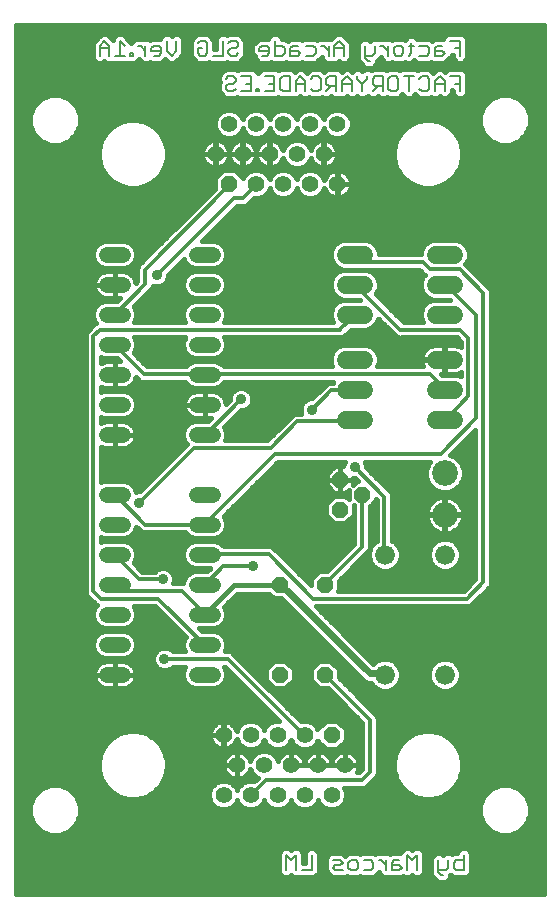
<source format=gbl>
G75*
%MOIN*%
%OFA0B0*%
%FSLAX25Y25*%
%IPPOS*%
%LPD*%
%AMOC8*
5,1,8,0,0,1.08239X$1,22.5*
%
%ADD10C,0.00700*%
%ADD11C,0.05543*%
%ADD12OC8,0.05543*%
%ADD13C,0.06600*%
%ADD14C,0.05200*%
%ADD15C,0.08600*%
%ADD16C,0.06000*%
%ADD17OC8,0.05200*%
%ADD18C,0.01600*%
%ADD19C,0.03569*%
%ADD20C,0.01181*%
%ADD21C,0.02400*%
%ADD22C,0.01200*%
D10*
X0108970Y0035631D02*
X0108970Y0040535D01*
X0110605Y0038900D01*
X0112240Y0040535D01*
X0112240Y0035631D01*
X0114127Y0035631D02*
X0117396Y0035631D01*
X0117396Y0040535D01*
X0124440Y0038900D02*
X0126892Y0038900D01*
X0127709Y0038083D01*
X0126892Y0037266D01*
X0125257Y0037266D01*
X0124440Y0036448D01*
X0125257Y0035631D01*
X0127709Y0035631D01*
X0129596Y0036448D02*
X0129596Y0038083D01*
X0130413Y0038900D01*
X0132048Y0038900D01*
X0132865Y0038083D01*
X0132865Y0036448D01*
X0132048Y0035631D01*
X0130413Y0035631D01*
X0129596Y0036448D01*
X0134752Y0035631D02*
X0137205Y0035631D01*
X0138022Y0036448D01*
X0138022Y0038083D01*
X0137205Y0038900D01*
X0134752Y0038900D01*
X0139867Y0038900D02*
X0140684Y0038900D01*
X0142319Y0037266D01*
X0142319Y0038900D02*
X0142319Y0035631D01*
X0144206Y0035631D02*
X0146658Y0035631D01*
X0147475Y0036448D01*
X0146658Y0037266D01*
X0144206Y0037266D01*
X0144206Y0038083D02*
X0144206Y0035631D01*
X0144206Y0038083D02*
X0145023Y0038900D01*
X0146658Y0038900D01*
X0149362Y0040535D02*
X0149362Y0035631D01*
X0150997Y0038900D02*
X0149362Y0040535D01*
X0150997Y0038900D02*
X0152632Y0040535D01*
X0152632Y0035631D01*
X0159675Y0035631D02*
X0162127Y0035631D01*
X0162944Y0036448D01*
X0162944Y0038900D01*
X0164831Y0038083D02*
X0165649Y0038900D01*
X0168101Y0038900D01*
X0168101Y0040535D02*
X0168101Y0035631D01*
X0165649Y0035631D01*
X0164831Y0036448D01*
X0164831Y0038083D01*
X0161310Y0033996D02*
X0160492Y0033996D01*
X0159675Y0034814D01*
X0159675Y0038900D01*
X0158457Y0295326D02*
X0158457Y0298595D01*
X0160092Y0300230D01*
X0161726Y0298595D01*
X0161726Y0295326D01*
X0161726Y0297778D02*
X0158457Y0297778D01*
X0156570Y0296143D02*
X0155753Y0295326D01*
X0154118Y0295326D01*
X0153301Y0296143D01*
X0153301Y0299413D02*
X0154118Y0300230D01*
X0155753Y0300230D01*
X0156570Y0299413D01*
X0156570Y0296143D01*
X0151414Y0300230D02*
X0148144Y0300230D01*
X0149779Y0300230D02*
X0149779Y0295326D01*
X0146257Y0296143D02*
X0145440Y0295326D01*
X0143805Y0295326D01*
X0142988Y0296143D01*
X0142988Y0299413D01*
X0143805Y0300230D01*
X0145440Y0300230D01*
X0146257Y0299413D01*
X0146257Y0296143D01*
X0141101Y0295326D02*
X0141101Y0300230D01*
X0138649Y0300230D01*
X0137831Y0299413D01*
X0137831Y0297778D01*
X0138649Y0296961D01*
X0141101Y0296961D01*
X0139466Y0296961D02*
X0137831Y0295326D01*
X0134310Y0297778D02*
X0135944Y0299413D01*
X0135944Y0300230D01*
X0134310Y0297778D02*
X0134310Y0295326D01*
X0134310Y0297778D02*
X0132675Y0299413D01*
X0132675Y0300230D01*
X0130788Y0298595D02*
X0129153Y0300230D01*
X0127519Y0298595D01*
X0127519Y0295326D01*
X0125632Y0295326D02*
X0125632Y0300230D01*
X0123180Y0300230D01*
X0122362Y0299413D01*
X0122362Y0297778D01*
X0123180Y0296961D01*
X0125632Y0296961D01*
X0123997Y0296961D02*
X0122362Y0295326D01*
X0120475Y0296143D02*
X0119658Y0295326D01*
X0118023Y0295326D01*
X0117206Y0296143D01*
X0115319Y0295326D02*
X0115319Y0298595D01*
X0113684Y0300230D01*
X0112049Y0298595D01*
X0112049Y0295326D01*
X0110162Y0295326D02*
X0107710Y0295326D01*
X0106893Y0296143D01*
X0106893Y0299413D01*
X0107710Y0300230D01*
X0110162Y0300230D01*
X0110162Y0295326D01*
X0112049Y0297778D02*
X0115319Y0297778D01*
X0117206Y0299413D02*
X0118023Y0300230D01*
X0119658Y0300230D01*
X0120475Y0299413D01*
X0120475Y0296143D01*
X0127519Y0297778D02*
X0130788Y0297778D01*
X0130788Y0298595D02*
X0130788Y0295326D01*
X0136071Y0305451D02*
X0136888Y0305451D01*
X0136071Y0305451D02*
X0135253Y0306269D01*
X0135253Y0310355D01*
X0135253Y0307086D02*
X0137705Y0307086D01*
X0138523Y0307903D01*
X0138523Y0310355D01*
X0140368Y0310355D02*
X0141185Y0310355D01*
X0142820Y0308721D01*
X0142820Y0310355D02*
X0142820Y0307086D01*
X0144707Y0307903D02*
X0144707Y0309538D01*
X0145524Y0310355D01*
X0147159Y0310355D01*
X0147976Y0309538D01*
X0147976Y0307903D01*
X0147159Y0307086D01*
X0145524Y0307086D01*
X0144707Y0307903D01*
X0149779Y0307086D02*
X0150596Y0307903D01*
X0150596Y0311173D01*
X0151414Y0310355D02*
X0149779Y0310355D01*
X0153301Y0310355D02*
X0155753Y0310355D01*
X0156570Y0309538D01*
X0156570Y0307903D01*
X0155753Y0307086D01*
X0153301Y0307086D01*
X0158457Y0307086D02*
X0160909Y0307086D01*
X0161726Y0307903D01*
X0160909Y0308721D01*
X0158457Y0308721D01*
X0158457Y0309538D02*
X0158457Y0307086D01*
X0158457Y0309538D02*
X0159274Y0310355D01*
X0160909Y0310355D01*
X0163613Y0311990D02*
X0166883Y0311990D01*
X0166883Y0307086D01*
X0166883Y0309538D02*
X0165248Y0309538D01*
X0166883Y0300230D02*
X0163613Y0300230D01*
X0165248Y0297778D02*
X0166883Y0297778D01*
X0166883Y0295326D02*
X0166883Y0300230D01*
X0128210Y0307086D02*
X0128210Y0310355D01*
X0126575Y0311990D01*
X0124940Y0310355D01*
X0124940Y0307086D01*
X0123053Y0307086D02*
X0123053Y0310355D01*
X0123053Y0308721D02*
X0121419Y0310355D01*
X0120601Y0310355D01*
X0118756Y0309538D02*
X0118756Y0307903D01*
X0117939Y0307086D01*
X0115487Y0307086D01*
X0113600Y0307903D02*
X0112783Y0308721D01*
X0110331Y0308721D01*
X0110331Y0309538D02*
X0110331Y0307086D01*
X0112783Y0307086D01*
X0113600Y0307903D01*
X0112783Y0310355D02*
X0111148Y0310355D01*
X0110331Y0309538D01*
X0108444Y0309538D02*
X0107626Y0310355D01*
X0105174Y0310355D01*
X0105174Y0311990D02*
X0105174Y0307086D01*
X0107626Y0307086D01*
X0108444Y0307903D01*
X0108444Y0309538D01*
X0103287Y0309538D02*
X0102470Y0310355D01*
X0100835Y0310355D01*
X0100018Y0309538D01*
X0100018Y0308721D01*
X0103287Y0308721D01*
X0103287Y0309538D02*
X0103287Y0307903D01*
X0102470Y0307086D01*
X0100835Y0307086D01*
X0101737Y0300230D02*
X0105006Y0300230D01*
X0105006Y0295326D01*
X0101737Y0295326D01*
X0099850Y0295326D02*
X0099850Y0296143D01*
X0099032Y0296143D01*
X0099032Y0295326D01*
X0099850Y0295326D01*
X0097271Y0295326D02*
X0094002Y0295326D01*
X0092115Y0296143D02*
X0091298Y0295326D01*
X0089663Y0295326D01*
X0088846Y0296143D01*
X0088846Y0296961D01*
X0089663Y0297778D01*
X0091298Y0297778D01*
X0092115Y0298595D01*
X0092115Y0299413D01*
X0091298Y0300230D01*
X0089663Y0300230D01*
X0088846Y0299413D01*
X0094002Y0300230D02*
X0097271Y0300230D01*
X0097271Y0295326D01*
X0097271Y0297778D02*
X0095637Y0297778D01*
X0092157Y0307086D02*
X0090522Y0307086D01*
X0089705Y0307903D01*
X0089705Y0308721D01*
X0090522Y0309538D01*
X0092157Y0309538D01*
X0092974Y0310355D01*
X0092974Y0311173D01*
X0092157Y0311990D01*
X0090522Y0311990D01*
X0089705Y0311173D01*
X0087818Y0311990D02*
X0087818Y0307086D01*
X0084549Y0307086D01*
X0082662Y0307903D02*
X0082662Y0311173D01*
X0081844Y0311990D01*
X0080210Y0311990D01*
X0079392Y0311173D01*
X0079392Y0309538D02*
X0081027Y0309538D01*
X0079392Y0309538D02*
X0079392Y0307903D01*
X0080210Y0307086D01*
X0081844Y0307086D01*
X0082662Y0307903D01*
X0092157Y0307086D02*
X0092974Y0307903D01*
X0103371Y0297778D02*
X0105006Y0297778D01*
X0115487Y0310355D02*
X0117939Y0310355D01*
X0118756Y0309538D01*
X0124940Y0309538D02*
X0128210Y0309538D01*
X0072349Y0308721D02*
X0070714Y0307086D01*
X0069079Y0308721D01*
X0069079Y0311990D01*
X0067192Y0309538D02*
X0066375Y0310355D01*
X0064740Y0310355D01*
X0063923Y0309538D01*
X0063923Y0308721D01*
X0067192Y0308721D01*
X0067192Y0309538D02*
X0067192Y0307903D01*
X0066375Y0307086D01*
X0064740Y0307086D01*
X0062036Y0307086D02*
X0062036Y0310355D01*
X0062036Y0308721D02*
X0060401Y0310355D01*
X0059584Y0310355D01*
X0057739Y0307903D02*
X0056922Y0307903D01*
X0056922Y0307086D01*
X0057739Y0307086D01*
X0057739Y0307903D01*
X0055161Y0307086D02*
X0051891Y0307086D01*
X0053526Y0307086D02*
X0053526Y0311990D01*
X0055161Y0310355D01*
X0050004Y0310355D02*
X0050004Y0307086D01*
X0050004Y0309538D02*
X0046735Y0309538D01*
X0046735Y0310355D02*
X0046735Y0307086D01*
X0046735Y0310355D02*
X0048370Y0311990D01*
X0050004Y0310355D01*
X0072349Y0311990D02*
X0072349Y0308721D01*
D11*
X0089956Y0284384D03*
X0085456Y0274384D03*
X0094456Y0274384D03*
X0098956Y0284384D03*
X0103456Y0274384D03*
X0107956Y0284384D03*
X0112456Y0274384D03*
X0116956Y0284384D03*
X0121456Y0274384D03*
X0125956Y0284384D03*
X0125956Y0264384D03*
X0116956Y0264384D03*
X0107956Y0264384D03*
X0098956Y0264384D03*
X0097043Y0080619D03*
X0092543Y0070619D03*
X0088043Y0080619D03*
X0088043Y0060619D03*
X0097043Y0060619D03*
X0101543Y0070619D03*
X0106043Y0080619D03*
X0110543Y0070619D03*
X0115043Y0080619D03*
X0119543Y0070619D03*
X0115043Y0060619D03*
X0106043Y0060619D03*
X0124043Y0060619D03*
X0128543Y0070619D03*
D12*
X0124043Y0080619D03*
X0089956Y0264384D03*
D13*
X0141800Y0140748D03*
X0161800Y0140748D03*
X0161800Y0100748D03*
X0141800Y0100748D03*
D14*
X0084400Y0100748D02*
X0079200Y0100748D01*
X0079200Y0110748D02*
X0084400Y0110748D01*
X0084400Y0120748D02*
X0079200Y0120748D01*
X0079200Y0130748D02*
X0084400Y0130748D01*
X0084400Y0140748D02*
X0079200Y0140748D01*
X0079200Y0150748D02*
X0084400Y0150748D01*
X0084400Y0160748D02*
X0079200Y0160748D01*
X0079200Y0180748D02*
X0084400Y0180748D01*
X0084400Y0190748D02*
X0079200Y0190748D01*
X0079200Y0200748D02*
X0084400Y0200748D01*
X0084400Y0210748D02*
X0079200Y0210748D01*
X0079200Y0220748D02*
X0084400Y0220748D01*
X0084400Y0230748D02*
X0079200Y0230748D01*
X0079200Y0240748D02*
X0084400Y0240748D01*
X0054400Y0240748D02*
X0049200Y0240748D01*
X0049200Y0230748D02*
X0054400Y0230748D01*
X0054400Y0220748D02*
X0049200Y0220748D01*
X0049200Y0210748D02*
X0054400Y0210748D01*
X0054400Y0200748D02*
X0049200Y0200748D01*
X0049200Y0190748D02*
X0054400Y0190748D01*
X0054400Y0180748D02*
X0049200Y0180748D01*
X0049200Y0160748D02*
X0054400Y0160748D01*
X0054400Y0150748D02*
X0049200Y0150748D01*
X0049200Y0140748D02*
X0054400Y0140748D01*
X0054400Y0130748D02*
X0049200Y0130748D01*
X0049200Y0120748D02*
X0054400Y0120748D01*
X0054400Y0110748D02*
X0049200Y0110748D01*
X0049200Y0100748D02*
X0054400Y0100748D01*
D15*
X0161800Y0154055D03*
X0161800Y0167835D03*
D16*
X0164800Y0185748D02*
X0158800Y0185748D01*
X0158800Y0195748D02*
X0164800Y0195748D01*
X0164800Y0205748D02*
X0158800Y0205748D01*
X0158800Y0220748D02*
X0164800Y0220748D01*
X0164800Y0230748D02*
X0158800Y0230748D01*
X0158800Y0240748D02*
X0164800Y0240748D01*
X0134800Y0240748D02*
X0128800Y0240748D01*
X0128800Y0230748D02*
X0134800Y0230748D01*
X0134800Y0220748D02*
X0128800Y0220748D01*
X0128800Y0205748D02*
X0134800Y0205748D01*
X0134800Y0195748D02*
X0128800Y0195748D01*
X0128800Y0185748D02*
X0134800Y0185748D01*
D17*
X0126800Y0165748D03*
X0134300Y0160748D03*
X0126800Y0155748D03*
X0121800Y0130748D03*
X0106800Y0130748D03*
X0106800Y0100748D03*
X0121800Y0100748D03*
D18*
X0018781Y0027729D02*
X0018781Y0317468D01*
X0194740Y0317468D01*
X0194740Y0027729D01*
X0018781Y0027729D01*
X0018781Y0028945D02*
X0194740Y0028945D01*
X0194740Y0030544D02*
X0018781Y0030544D01*
X0018781Y0032142D02*
X0159050Y0032142D01*
X0159527Y0031665D02*
X0158161Y0033031D01*
X0157344Y0033848D01*
X0157344Y0039866D01*
X0158709Y0041232D01*
X0160641Y0041232D01*
X0161310Y0040562D01*
X0161979Y0041232D01*
X0163910Y0041232D01*
X0164297Y0040845D01*
X0164683Y0041232D01*
X0165770Y0041232D01*
X0165770Y0041501D01*
X0167135Y0042866D01*
X0169066Y0042866D01*
X0170432Y0041501D01*
X0170432Y0039866D01*
X0170432Y0034665D01*
X0169066Y0033300D01*
X0164683Y0033300D01*
X0163888Y0034095D01*
X0163641Y0033848D01*
X0163641Y0033031D01*
X0162275Y0031665D01*
X0159527Y0031665D01*
X0157451Y0033741D02*
X0154038Y0033741D01*
X0153597Y0033300D02*
X0154963Y0034665D01*
X0154963Y0041501D01*
X0153597Y0042866D01*
X0151666Y0042866D01*
X0150997Y0042197D01*
X0150328Y0042866D01*
X0148397Y0042866D01*
X0147031Y0041501D01*
X0147031Y0041232D01*
X0144058Y0041232D01*
X0143671Y0040845D01*
X0143284Y0041232D01*
X0138901Y0041232D01*
X0138536Y0040866D01*
X0138170Y0041232D01*
X0133787Y0041232D01*
X0133400Y0040845D01*
X0133014Y0041232D01*
X0129448Y0041232D01*
X0128653Y0040436D01*
X0127857Y0041232D01*
X0123474Y0041232D01*
X0122109Y0039866D01*
X0122109Y0037935D01*
X0122369Y0037674D01*
X0122109Y0037414D01*
X0122109Y0035483D01*
X0123474Y0034117D01*
X0124291Y0033300D01*
X0128675Y0033300D01*
X0129061Y0033687D01*
X0129448Y0033300D01*
X0133014Y0033300D01*
X0133400Y0033687D01*
X0133787Y0033300D01*
X0138170Y0033300D01*
X0139536Y0034665D01*
X0139988Y0035118D01*
X0139988Y0034665D01*
X0141353Y0033300D01*
X0147623Y0033300D01*
X0148010Y0033687D01*
X0148397Y0033300D01*
X0150328Y0033300D01*
X0150997Y0033969D01*
X0151666Y0033300D01*
X0153597Y0033300D01*
X0151225Y0033741D02*
X0150768Y0033741D01*
X0154963Y0035339D02*
X0157344Y0035339D01*
X0157344Y0036938D02*
X0154963Y0036938D01*
X0154963Y0038536D02*
X0157344Y0038536D01*
X0157612Y0040135D02*
X0154963Y0040135D01*
X0154730Y0041733D02*
X0166002Y0041733D01*
X0170200Y0041733D02*
X0194740Y0041733D01*
X0194740Y0040135D02*
X0170432Y0040135D01*
X0170432Y0038536D02*
X0194740Y0038536D01*
X0194740Y0036938D02*
X0170432Y0036938D01*
X0170432Y0035339D02*
X0194740Y0035339D01*
X0194740Y0033741D02*
X0169507Y0033741D01*
X0164243Y0033741D02*
X0163641Y0033741D01*
X0162752Y0032142D02*
X0194740Y0032142D01*
X0194740Y0043332D02*
X0018781Y0043332D01*
X0018781Y0044930D02*
X0194740Y0044930D01*
X0194740Y0046529D02*
X0018781Y0046529D01*
X0018781Y0048127D02*
X0028561Y0048127D01*
X0027110Y0048728D02*
X0030153Y0047468D01*
X0033447Y0047468D01*
X0036490Y0048728D01*
X0038820Y0051058D01*
X0040080Y0054101D01*
X0040080Y0057395D01*
X0038820Y0060438D01*
X0036490Y0062768D01*
X0033447Y0064028D01*
X0030153Y0064028D01*
X0027110Y0062768D01*
X0024780Y0060438D01*
X0023520Y0057395D01*
X0023520Y0054101D01*
X0024780Y0051058D01*
X0027110Y0048728D01*
X0026112Y0049726D02*
X0018781Y0049726D01*
X0018781Y0051324D02*
X0024670Y0051324D01*
X0024008Y0052923D02*
X0018781Y0052923D01*
X0018781Y0054521D02*
X0023520Y0054521D01*
X0023520Y0056120D02*
X0018781Y0056120D01*
X0018781Y0057718D02*
X0023654Y0057718D01*
X0024316Y0059317D02*
X0018781Y0059317D01*
X0018781Y0060915D02*
X0025257Y0060915D01*
X0026856Y0062514D02*
X0018781Y0062514D01*
X0018781Y0064112D02*
X0048496Y0064112D01*
X0048745Y0063681D02*
X0050849Y0061577D01*
X0053426Y0060089D01*
X0056300Y0059319D01*
X0059275Y0059319D01*
X0062149Y0060089D01*
X0064726Y0061577D01*
X0066829Y0063681D01*
X0068317Y0066257D01*
X0069087Y0069131D01*
X0069087Y0072107D01*
X0068317Y0074981D01*
X0066829Y0077557D01*
X0064726Y0079661D01*
X0062149Y0081149D01*
X0059275Y0081919D01*
X0056300Y0081919D01*
X0053426Y0081149D01*
X0050849Y0079661D01*
X0048745Y0077557D01*
X0047257Y0074981D01*
X0046487Y0072107D01*
X0046487Y0069131D01*
X0047257Y0066257D01*
X0048745Y0063681D01*
X0049912Y0062514D02*
X0036744Y0062514D01*
X0038343Y0060915D02*
X0051994Y0060915D01*
X0047573Y0065711D02*
X0018781Y0065711D01*
X0018781Y0067309D02*
X0046975Y0067309D01*
X0046547Y0068908D02*
X0018781Y0068908D01*
X0018781Y0070506D02*
X0046487Y0070506D01*
X0046487Y0072105D02*
X0018781Y0072105D01*
X0018781Y0073703D02*
X0046915Y0073703D01*
X0047443Y0075302D02*
X0018781Y0075302D01*
X0018781Y0076900D02*
X0048366Y0076900D01*
X0049687Y0078499D02*
X0018781Y0078499D01*
X0018781Y0080097D02*
X0051604Y0080097D01*
X0055467Y0081696D02*
X0018781Y0081696D01*
X0018781Y0083294D02*
X0084336Y0083294D01*
X0084133Y0083015D02*
X0083806Y0082374D01*
X0083584Y0081689D01*
X0083471Y0080979D01*
X0083471Y0080705D01*
X0087957Y0080705D01*
X0087957Y0085191D01*
X0087683Y0085191D01*
X0086973Y0085078D01*
X0086288Y0084856D01*
X0085647Y0084529D01*
X0085065Y0084106D01*
X0084556Y0083597D01*
X0084133Y0083015D01*
X0083586Y0081696D02*
X0060107Y0081696D01*
X0063970Y0080097D02*
X0083497Y0080097D01*
X0083471Y0080259D02*
X0083584Y0079548D01*
X0083806Y0078864D01*
X0084133Y0078223D01*
X0084556Y0077641D01*
X0085065Y0077132D01*
X0085647Y0076709D01*
X0086288Y0076382D01*
X0086973Y0076160D01*
X0087683Y0076047D01*
X0087957Y0076047D01*
X0087957Y0080533D01*
X0083471Y0080533D01*
X0083471Y0080259D01*
X0083992Y0078499D02*
X0065888Y0078499D01*
X0067209Y0076900D02*
X0085383Y0076900D01*
X0087957Y0076900D02*
X0088129Y0076900D01*
X0088129Y0076047D02*
X0088403Y0076047D01*
X0089114Y0076160D01*
X0089798Y0076382D01*
X0090439Y0076709D01*
X0091021Y0077132D01*
X0091530Y0077641D01*
X0091953Y0078223D01*
X0092280Y0078864D01*
X0092432Y0079332D01*
X0093014Y0077927D01*
X0094351Y0076590D01*
X0096098Y0075866D01*
X0097988Y0075866D01*
X0099735Y0076590D01*
X0101072Y0077927D01*
X0101543Y0079063D01*
X0102014Y0077927D01*
X0103351Y0076590D01*
X0105098Y0075866D01*
X0106988Y0075866D01*
X0108735Y0076590D01*
X0110072Y0077927D01*
X0110543Y0079063D01*
X0111014Y0077927D01*
X0112351Y0076590D01*
X0114098Y0075866D01*
X0115988Y0075866D01*
X0117735Y0076590D01*
X0119072Y0077927D01*
X0119348Y0078593D01*
X0122074Y0075866D01*
X0126012Y0075866D01*
X0128796Y0078650D01*
X0128796Y0082588D01*
X0126012Y0085372D01*
X0122074Y0085372D01*
X0119348Y0082645D01*
X0119072Y0083311D01*
X0117735Y0084648D01*
X0115988Y0085372D01*
X0114098Y0085372D01*
X0113807Y0085251D01*
X0091638Y0107421D01*
X0090914Y0108145D01*
X0089969Y0108536D01*
X0088442Y0108536D01*
X0088981Y0109837D01*
X0088981Y0111659D01*
X0088284Y0113343D01*
X0086995Y0114632D01*
X0085311Y0115329D01*
X0080777Y0115329D01*
X0079939Y0116167D01*
X0085311Y0116167D01*
X0086995Y0116864D01*
X0088284Y0118153D01*
X0088981Y0119837D01*
X0088981Y0121659D01*
X0088284Y0123343D01*
X0088207Y0123419D01*
X0092578Y0127790D01*
X0103280Y0127790D01*
X0104902Y0126167D01*
X0107097Y0126167D01*
X0134516Y0098977D01*
X0134960Y0098533D01*
X0134966Y0098531D01*
X0134971Y0098526D01*
X0135549Y0098289D01*
X0136129Y0098049D01*
X0136136Y0098049D01*
X0136142Y0098046D01*
X0136768Y0098049D01*
X0137202Y0098049D01*
X0137323Y0097756D01*
X0138808Y0096271D01*
X0140750Y0095467D01*
X0142850Y0095467D01*
X0144791Y0096271D01*
X0146277Y0097756D01*
X0147081Y0099697D01*
X0147081Y0101798D01*
X0146277Y0103739D01*
X0144791Y0105225D01*
X0142850Y0106029D01*
X0140750Y0106029D01*
X0138808Y0105225D01*
X0138033Y0104450D01*
X0118761Y0123561D01*
X0169688Y0123561D01*
X0170637Y0123954D01*
X0176775Y0130092D01*
X0177168Y0131041D01*
X0177168Y0227479D01*
X0177176Y0227498D01*
X0177176Y0228525D01*
X0176783Y0229474D01*
X0176057Y0230200D01*
X0176035Y0230209D01*
X0168670Y0237574D01*
X0169023Y0237926D01*
X0169781Y0239757D01*
X0169781Y0241739D01*
X0169023Y0243570D01*
X0167622Y0244971D01*
X0165791Y0245729D01*
X0157809Y0245729D01*
X0155978Y0244971D01*
X0154577Y0243570D01*
X0153819Y0241739D01*
X0153819Y0240918D01*
X0139781Y0240918D01*
X0139781Y0241739D01*
X0139023Y0243570D01*
X0137622Y0244971D01*
X0135791Y0245729D01*
X0127809Y0245729D01*
X0125978Y0244971D01*
X0124577Y0243570D01*
X0123819Y0241739D01*
X0123819Y0239757D01*
X0124577Y0237926D01*
X0125978Y0236525D01*
X0127809Y0235767D01*
X0135791Y0235767D01*
X0135810Y0235775D01*
X0153353Y0235775D01*
X0154699Y0234429D01*
X0155068Y0234060D01*
X0154577Y0233570D01*
X0153819Y0231739D01*
X0153819Y0229757D01*
X0154577Y0227926D01*
X0155978Y0226525D01*
X0157809Y0225767D01*
X0163379Y0225767D01*
X0163417Y0225729D01*
X0157809Y0225729D01*
X0155978Y0224971D01*
X0154577Y0223570D01*
X0153819Y0221739D01*
X0153819Y0219757D01*
X0154410Y0218329D01*
X0148053Y0218329D01*
X0138739Y0227643D01*
X0139023Y0227926D01*
X0139781Y0229757D01*
X0139781Y0231739D01*
X0139023Y0233570D01*
X0137622Y0234971D01*
X0135791Y0235729D01*
X0127809Y0235729D01*
X0125978Y0234971D01*
X0124577Y0233570D01*
X0123819Y0231739D01*
X0123819Y0229757D01*
X0124577Y0227926D01*
X0125978Y0226525D01*
X0127809Y0225767D01*
X0133341Y0225767D01*
X0133379Y0225729D01*
X0127809Y0225729D01*
X0125978Y0224971D01*
X0124577Y0223570D01*
X0123819Y0221739D01*
X0123819Y0219757D01*
X0124410Y0218329D01*
X0088357Y0218329D01*
X0088981Y0219837D01*
X0088981Y0221659D01*
X0088284Y0223343D01*
X0086995Y0224632D01*
X0085311Y0225329D01*
X0078289Y0225329D01*
X0076605Y0224632D01*
X0075316Y0223343D01*
X0074619Y0221659D01*
X0074619Y0219837D01*
X0075243Y0218329D01*
X0058357Y0218329D01*
X0058981Y0219837D01*
X0058981Y0221659D01*
X0058284Y0223343D01*
X0058099Y0223528D01*
X0063338Y0228767D01*
X0063360Y0228776D01*
X0064087Y0229502D01*
X0064463Y0230410D01*
X0065086Y0230152D01*
X0066584Y0230152D01*
X0067968Y0230725D01*
X0069028Y0231784D01*
X0069601Y0233168D01*
X0069601Y0234046D01*
X0074845Y0239290D01*
X0075316Y0238153D01*
X0076605Y0236864D01*
X0078289Y0236167D01*
X0085311Y0236167D01*
X0086995Y0236864D01*
X0088284Y0238153D01*
X0088981Y0239837D01*
X0088981Y0241659D01*
X0088284Y0243343D01*
X0086995Y0244632D01*
X0085311Y0245329D01*
X0080884Y0245329D01*
X0092491Y0256936D01*
X0094890Y0256936D01*
X0095835Y0257328D01*
X0098139Y0259631D01*
X0099902Y0259631D01*
X0101649Y0260354D01*
X0102986Y0261691D01*
X0103456Y0262828D01*
X0103927Y0261691D01*
X0105264Y0260354D01*
X0107011Y0259631D01*
X0108902Y0259631D01*
X0110649Y0260354D01*
X0111986Y0261691D01*
X0112456Y0262828D01*
X0112927Y0261691D01*
X0114264Y0260354D01*
X0116011Y0259631D01*
X0117902Y0259631D01*
X0119649Y0260354D01*
X0120986Y0261691D01*
X0121568Y0263097D01*
X0121720Y0262629D01*
X0122046Y0261988D01*
X0122469Y0261405D01*
X0122978Y0260897D01*
X0123560Y0260474D01*
X0124202Y0260147D01*
X0124886Y0259925D01*
X0125597Y0259812D01*
X0125871Y0259812D01*
X0125871Y0264298D01*
X0126042Y0264298D01*
X0126042Y0259812D01*
X0126316Y0259812D01*
X0127027Y0259925D01*
X0127711Y0260147D01*
X0128353Y0260474D01*
X0128935Y0260897D01*
X0129444Y0261405D01*
X0129866Y0261988D01*
X0130193Y0262629D01*
X0130416Y0263313D01*
X0130528Y0264024D01*
X0130528Y0264298D01*
X0126042Y0264298D01*
X0126042Y0264469D01*
X0130528Y0264469D01*
X0130528Y0264743D01*
X0130416Y0265454D01*
X0130193Y0266139D01*
X0129866Y0266780D01*
X0129444Y0267362D01*
X0128935Y0267871D01*
X0128353Y0268294D01*
X0127711Y0268620D01*
X0127027Y0268843D01*
X0126316Y0268955D01*
X0126042Y0268955D01*
X0126042Y0264470D01*
X0125871Y0264470D01*
X0125871Y0268955D01*
X0125597Y0268955D01*
X0124886Y0268843D01*
X0124202Y0268620D01*
X0123560Y0268294D01*
X0122978Y0267871D01*
X0122469Y0267362D01*
X0122046Y0266780D01*
X0121720Y0266139D01*
X0121568Y0265671D01*
X0120986Y0267076D01*
X0119649Y0268413D01*
X0117902Y0269136D01*
X0116011Y0269136D01*
X0114264Y0268413D01*
X0112927Y0267076D01*
X0112456Y0265939D01*
X0111986Y0267076D01*
X0110649Y0268413D01*
X0108902Y0269136D01*
X0107011Y0269136D01*
X0105264Y0268413D01*
X0103927Y0267076D01*
X0103456Y0265939D01*
X0102986Y0267076D01*
X0101649Y0268413D01*
X0099902Y0269136D01*
X0098011Y0269136D01*
X0096264Y0268413D01*
X0094927Y0267076D01*
X0094651Y0266410D01*
X0091925Y0269136D01*
X0087988Y0269136D01*
X0085204Y0266352D01*
X0085204Y0262802D01*
X0059612Y0237210D01*
X0059219Y0236261D01*
X0059219Y0231922D01*
X0058744Y0231447D01*
X0058692Y0231778D01*
X0058478Y0232437D01*
X0058163Y0233054D01*
X0057756Y0233614D01*
X0057266Y0234104D01*
X0056706Y0234511D01*
X0056089Y0234826D01*
X0055430Y0235040D01*
X0054746Y0235148D01*
X0051800Y0235148D01*
X0051800Y0230748D01*
X0051800Y0230748D01*
X0051800Y0235148D01*
X0048854Y0235148D01*
X0048170Y0235040D01*
X0047511Y0234826D01*
X0046894Y0234511D01*
X0046334Y0234104D01*
X0045844Y0233614D01*
X0045437Y0233054D01*
X0045122Y0232437D01*
X0044908Y0231778D01*
X0044800Y0231094D01*
X0044800Y0230748D01*
X0051800Y0230748D01*
X0051800Y0230748D01*
X0051800Y0226348D01*
X0053645Y0226348D01*
X0052626Y0225329D01*
X0048289Y0225329D01*
X0046605Y0224632D01*
X0045316Y0223343D01*
X0044619Y0221659D01*
X0044619Y0219837D01*
X0045316Y0218153D01*
X0045476Y0217993D01*
X0045338Y0217936D01*
X0044612Y0217210D01*
X0042486Y0215084D01*
X0042093Y0214135D01*
X0042093Y0128089D01*
X0042486Y0127140D01*
X0043212Y0126414D01*
X0043235Y0126405D01*
X0045678Y0123962D01*
X0045860Y0123886D01*
X0045316Y0123343D01*
X0044619Y0121659D01*
X0044619Y0119837D01*
X0045316Y0118153D01*
X0046605Y0116864D01*
X0048289Y0116167D01*
X0055311Y0116167D01*
X0056995Y0116864D01*
X0058284Y0118153D01*
X0058981Y0119837D01*
X0058981Y0121659D01*
X0058284Y0123343D01*
X0058057Y0123570D01*
X0065262Y0123570D01*
X0075403Y0113430D01*
X0075316Y0113343D01*
X0074619Y0111659D01*
X0074619Y0109837D01*
X0075158Y0108536D01*
X0071049Y0108536D01*
X0070429Y0109157D01*
X0069045Y0109730D01*
X0067547Y0109730D01*
X0066163Y0109157D01*
X0065104Y0108097D01*
X0064531Y0106713D01*
X0064531Y0105216D01*
X0065104Y0103832D01*
X0066163Y0102772D01*
X0067547Y0102199D01*
X0069045Y0102199D01*
X0070429Y0102772D01*
X0071049Y0103393D01*
X0075366Y0103393D01*
X0075316Y0103343D01*
X0074619Y0101659D01*
X0074619Y0099837D01*
X0075316Y0098153D01*
X0076605Y0096864D01*
X0078289Y0096167D01*
X0085311Y0096167D01*
X0086995Y0096864D01*
X0088284Y0098153D01*
X0088981Y0099837D01*
X0088981Y0101659D01*
X0088284Y0103343D01*
X0088234Y0103393D01*
X0088392Y0103393D01*
X0106413Y0085372D01*
X0105098Y0085372D01*
X0103351Y0084648D01*
X0102014Y0083311D01*
X0101543Y0082174D01*
X0101072Y0083311D01*
X0099735Y0084648D01*
X0097988Y0085372D01*
X0096098Y0085372D01*
X0094351Y0084648D01*
X0093014Y0083311D01*
X0092432Y0081906D01*
X0092280Y0082374D01*
X0091953Y0083015D01*
X0091530Y0083597D01*
X0091021Y0084106D01*
X0090439Y0084529D01*
X0089798Y0084856D01*
X0089114Y0085078D01*
X0088403Y0085191D01*
X0088129Y0085191D01*
X0088129Y0080705D01*
X0087957Y0080705D01*
X0087957Y0080533D01*
X0088129Y0080533D01*
X0088129Y0076047D01*
X0089565Y0074106D02*
X0089056Y0073597D01*
X0088633Y0073015D01*
X0088306Y0072374D01*
X0088084Y0071689D01*
X0087971Y0070979D01*
X0087971Y0070705D01*
X0092457Y0070705D01*
X0092457Y0075191D01*
X0092183Y0075191D01*
X0091473Y0075078D01*
X0090788Y0074856D01*
X0090147Y0074529D01*
X0089565Y0074106D01*
X0089162Y0073703D02*
X0068659Y0073703D01*
X0069087Y0072105D02*
X0088219Y0072105D01*
X0087971Y0070533D02*
X0087971Y0070259D01*
X0088084Y0069548D01*
X0088306Y0068864D01*
X0088633Y0068223D01*
X0089056Y0067641D01*
X0089565Y0067132D01*
X0090147Y0066709D01*
X0090788Y0066382D01*
X0091473Y0066160D01*
X0092183Y0066047D01*
X0092457Y0066047D01*
X0092457Y0070533D01*
X0087971Y0070533D01*
X0087971Y0070506D02*
X0069087Y0070506D01*
X0069027Y0068908D02*
X0088292Y0068908D01*
X0089387Y0067309D02*
X0068599Y0067309D01*
X0068002Y0065711D02*
X0098716Y0065711D01*
X0098263Y0065258D02*
X0097988Y0065372D01*
X0096098Y0065372D01*
X0094351Y0064648D01*
X0093014Y0063311D01*
X0092543Y0062174D01*
X0092072Y0063311D01*
X0090735Y0064648D01*
X0088988Y0065372D01*
X0087098Y0065372D01*
X0085351Y0064648D01*
X0084014Y0063311D01*
X0083290Y0061564D01*
X0083290Y0059674D01*
X0084014Y0057927D01*
X0085351Y0056590D01*
X0087098Y0055866D01*
X0088988Y0055866D01*
X0090735Y0056590D01*
X0092072Y0057927D01*
X0092543Y0059063D01*
X0093014Y0057927D01*
X0094351Y0056590D01*
X0096098Y0055866D01*
X0097988Y0055866D01*
X0099735Y0056590D01*
X0101072Y0057927D01*
X0101543Y0059063D01*
X0102014Y0057927D01*
X0103351Y0056590D01*
X0105098Y0055866D01*
X0106988Y0055866D01*
X0108735Y0056590D01*
X0110072Y0057927D01*
X0110543Y0059063D01*
X0111014Y0057927D01*
X0112351Y0056590D01*
X0114098Y0055866D01*
X0115988Y0055866D01*
X0117735Y0056590D01*
X0119072Y0057927D01*
X0119543Y0059063D01*
X0120014Y0057927D01*
X0121351Y0056590D01*
X0123098Y0055866D01*
X0124988Y0055866D01*
X0126735Y0056590D01*
X0128072Y0057927D01*
X0128796Y0059674D01*
X0128796Y0061564D01*
X0128185Y0063039D01*
X0133705Y0063039D01*
X0133728Y0063029D01*
X0134754Y0063029D01*
X0135703Y0063422D01*
X0138262Y0065981D01*
X0138988Y0066707D01*
X0139381Y0067656D01*
X0139381Y0086261D01*
X0138988Y0087210D01*
X0126381Y0099817D01*
X0126381Y0102646D01*
X0123698Y0105329D01*
X0119902Y0105329D01*
X0117219Y0102646D01*
X0117219Y0098850D01*
X0119902Y0096167D01*
X0122731Y0096167D01*
X0134219Y0084679D01*
X0134219Y0069238D01*
X0133162Y0068182D01*
X0132423Y0068182D01*
X0132453Y0068223D01*
X0132780Y0068864D01*
X0133002Y0069548D01*
X0133115Y0070259D01*
X0133115Y0070533D01*
X0128629Y0070533D01*
X0128629Y0070705D01*
X0128457Y0070705D01*
X0128457Y0075191D01*
X0128183Y0075191D01*
X0127473Y0075078D01*
X0126788Y0074856D01*
X0126147Y0074529D01*
X0125565Y0074106D01*
X0125056Y0073597D01*
X0124633Y0073015D01*
X0124306Y0072374D01*
X0124084Y0071689D01*
X0124043Y0071431D01*
X0124002Y0071689D01*
X0123780Y0072374D01*
X0123453Y0073015D01*
X0123030Y0073597D01*
X0122521Y0074106D01*
X0121939Y0074529D01*
X0121298Y0074856D01*
X0120614Y0075078D01*
X0119903Y0075191D01*
X0119629Y0075191D01*
X0119629Y0070705D01*
X0119457Y0070705D01*
X0119457Y0075191D01*
X0119183Y0075191D01*
X0118473Y0075078D01*
X0117788Y0074856D01*
X0117147Y0074529D01*
X0116565Y0074106D01*
X0116056Y0073597D01*
X0115633Y0073015D01*
X0115306Y0072374D01*
X0115084Y0071689D01*
X0115043Y0071431D01*
X0115002Y0071689D01*
X0114780Y0072374D01*
X0114453Y0073015D01*
X0114030Y0073597D01*
X0113521Y0074106D01*
X0112939Y0074529D01*
X0112298Y0074856D01*
X0111614Y0075078D01*
X0110903Y0075191D01*
X0110629Y0075191D01*
X0110629Y0070705D01*
X0110457Y0070705D01*
X0110457Y0075191D01*
X0110183Y0075191D01*
X0109473Y0075078D01*
X0108788Y0074856D01*
X0108147Y0074529D01*
X0107565Y0074106D01*
X0107056Y0073597D01*
X0106633Y0073015D01*
X0106306Y0072374D01*
X0106154Y0071906D01*
X0105572Y0073311D01*
X0104235Y0074648D01*
X0102488Y0075372D01*
X0100598Y0075372D01*
X0098851Y0074648D01*
X0097514Y0073311D01*
X0096932Y0071906D01*
X0096780Y0072374D01*
X0096453Y0073015D01*
X0096030Y0073597D01*
X0095521Y0074106D01*
X0094939Y0074529D01*
X0094298Y0074856D01*
X0093614Y0075078D01*
X0092903Y0075191D01*
X0092629Y0075191D01*
X0092629Y0070705D01*
X0092457Y0070705D01*
X0092457Y0070533D01*
X0092629Y0070533D01*
X0092629Y0066047D01*
X0092903Y0066047D01*
X0093614Y0066160D01*
X0094298Y0066382D01*
X0094939Y0066709D01*
X0095521Y0067132D01*
X0096030Y0067641D01*
X0096453Y0068223D01*
X0096780Y0068864D01*
X0096932Y0069332D01*
X0097514Y0067927D01*
X0098851Y0066590D01*
X0099377Y0066372D01*
X0098263Y0065258D01*
X0098131Y0067309D02*
X0095699Y0067309D01*
X0096794Y0068908D02*
X0097108Y0068908D01*
X0097014Y0072105D02*
X0096867Y0072105D01*
X0095924Y0073703D02*
X0097906Y0073703D01*
X0100046Y0076900D02*
X0103040Y0076900D01*
X0102657Y0075302D02*
X0134219Y0075302D01*
X0134219Y0076900D02*
X0127046Y0076900D01*
X0128644Y0078499D02*
X0134219Y0078499D01*
X0134219Y0080097D02*
X0128796Y0080097D01*
X0128796Y0081696D02*
X0134219Y0081696D01*
X0134219Y0083294D02*
X0128089Y0083294D01*
X0126490Y0084893D02*
X0134005Y0084893D01*
X0132406Y0086491D02*
X0112567Y0086491D01*
X0110969Y0088090D02*
X0130808Y0088090D01*
X0129209Y0089688D02*
X0109370Y0089688D01*
X0107772Y0091287D02*
X0127611Y0091287D01*
X0126012Y0092885D02*
X0106173Y0092885D01*
X0104575Y0094484D02*
X0124414Y0094484D01*
X0122815Y0096082D02*
X0102976Y0096082D01*
X0103388Y0097681D02*
X0101378Y0097681D01*
X0102219Y0098850D02*
X0104902Y0096167D01*
X0108698Y0096167D01*
X0111381Y0098850D01*
X0111381Y0102646D01*
X0108698Y0105329D01*
X0104902Y0105329D01*
X0102219Y0102646D01*
X0102219Y0098850D01*
X0102219Y0099280D02*
X0099779Y0099280D01*
X0098181Y0100878D02*
X0102219Y0100878D01*
X0102219Y0102477D02*
X0096582Y0102477D01*
X0094984Y0104075D02*
X0103648Y0104075D01*
X0109952Y0104075D02*
X0118648Y0104075D01*
X0117219Y0102477D02*
X0111381Y0102477D01*
X0111381Y0100878D02*
X0117219Y0100878D01*
X0117219Y0099280D02*
X0111381Y0099280D01*
X0110212Y0097681D02*
X0118388Y0097681D01*
X0124952Y0104075D02*
X0129375Y0104075D01*
X0127763Y0105674D02*
X0093385Y0105674D01*
X0091787Y0107272D02*
X0126151Y0107272D01*
X0124539Y0108871D02*
X0088581Y0108871D01*
X0088981Y0110469D02*
X0122927Y0110469D01*
X0121315Y0112068D02*
X0088812Y0112068D01*
X0087961Y0113666D02*
X0119703Y0113666D01*
X0118091Y0115265D02*
X0085467Y0115265D01*
X0086992Y0116863D02*
X0116479Y0116863D01*
X0114867Y0118462D02*
X0088412Y0118462D01*
X0088981Y0120060D02*
X0113255Y0120060D01*
X0111643Y0121659D02*
X0088981Y0121659D01*
X0088319Y0123257D02*
X0110032Y0123257D01*
X0108420Y0124856D02*
X0089644Y0124856D01*
X0091242Y0126454D02*
X0104615Y0126454D01*
X0106682Y0130571D02*
X0091426Y0130571D01*
X0082076Y0121220D01*
X0075166Y0113666D02*
X0057961Y0113666D01*
X0058284Y0113343D02*
X0056995Y0114632D01*
X0055311Y0115329D01*
X0048289Y0115329D01*
X0046605Y0114632D01*
X0045316Y0113343D01*
X0044619Y0111659D01*
X0044619Y0109837D01*
X0045316Y0108153D01*
X0046605Y0106864D01*
X0048289Y0106167D01*
X0055311Y0106167D01*
X0056995Y0106864D01*
X0058284Y0108153D01*
X0058981Y0109837D01*
X0058981Y0111659D01*
X0058284Y0113343D01*
X0058812Y0112068D02*
X0074788Y0112068D01*
X0074619Y0110469D02*
X0058981Y0110469D01*
X0058581Y0108871D02*
X0065877Y0108871D01*
X0064762Y0107272D02*
X0057403Y0107272D01*
X0056089Y0104826D02*
X0055430Y0105040D01*
X0054746Y0105148D01*
X0051800Y0105148D01*
X0051800Y0100748D01*
X0051800Y0100748D01*
X0051800Y0105148D01*
X0048854Y0105148D01*
X0048170Y0105040D01*
X0047511Y0104826D01*
X0046894Y0104511D01*
X0046334Y0104104D01*
X0045844Y0103614D01*
X0045437Y0103054D01*
X0045122Y0102437D01*
X0044908Y0101778D01*
X0044800Y0101094D01*
X0044800Y0100748D01*
X0051800Y0100748D01*
X0058800Y0100748D01*
X0058800Y0101094D01*
X0058692Y0101778D01*
X0058478Y0102437D01*
X0058163Y0103054D01*
X0057756Y0103614D01*
X0057266Y0104104D01*
X0056706Y0104511D01*
X0056089Y0104826D01*
X0057295Y0104075D02*
X0065003Y0104075D01*
X0064531Y0105674D02*
X0018781Y0105674D01*
X0018781Y0107272D02*
X0046197Y0107272D01*
X0045019Y0108871D02*
X0018781Y0108871D01*
X0018781Y0110469D02*
X0044619Y0110469D01*
X0044788Y0112068D02*
X0018781Y0112068D01*
X0018781Y0113666D02*
X0045639Y0113666D01*
X0048133Y0115265D02*
X0018781Y0115265D01*
X0018781Y0116863D02*
X0046608Y0116863D01*
X0045188Y0118462D02*
X0018781Y0118462D01*
X0018781Y0120060D02*
X0044619Y0120060D01*
X0044619Y0121659D02*
X0018781Y0121659D01*
X0018781Y0123257D02*
X0045281Y0123257D01*
X0044784Y0124856D02*
X0018781Y0124856D01*
X0018781Y0126454D02*
X0043172Y0126454D01*
X0042108Y0128053D02*
X0018781Y0128053D01*
X0018781Y0129651D02*
X0042093Y0129651D01*
X0042093Y0131250D02*
X0018781Y0131250D01*
X0018781Y0132848D02*
X0042093Y0132848D01*
X0042093Y0134447D02*
X0018781Y0134447D01*
X0018781Y0136045D02*
X0042093Y0136045D01*
X0042093Y0137644D02*
X0018781Y0137644D01*
X0018781Y0139242D02*
X0042093Y0139242D01*
X0042093Y0140841D02*
X0018781Y0140841D01*
X0018781Y0142439D02*
X0042093Y0142439D01*
X0042093Y0144038D02*
X0018781Y0144038D01*
X0018781Y0145636D02*
X0042093Y0145636D01*
X0042093Y0147235D02*
X0018781Y0147235D01*
X0018781Y0148833D02*
X0042093Y0148833D01*
X0042093Y0150432D02*
X0018781Y0150432D01*
X0018781Y0152030D02*
X0042093Y0152030D01*
X0042093Y0153629D02*
X0018781Y0153629D01*
X0018781Y0155227D02*
X0042093Y0155227D01*
X0042093Y0156826D02*
X0018781Y0156826D01*
X0018781Y0158424D02*
X0042093Y0158424D01*
X0042093Y0160023D02*
X0018781Y0160023D01*
X0018781Y0161621D02*
X0042093Y0161621D01*
X0042093Y0163220D02*
X0018781Y0163220D01*
X0018781Y0164818D02*
X0042093Y0164818D01*
X0042093Y0166417D02*
X0018781Y0166417D01*
X0018781Y0168015D02*
X0042093Y0168015D01*
X0042093Y0169614D02*
X0018781Y0169614D01*
X0018781Y0171213D02*
X0042093Y0171213D01*
X0042093Y0172811D02*
X0018781Y0172811D01*
X0018781Y0174410D02*
X0042093Y0174410D01*
X0042093Y0176008D02*
X0018781Y0176008D01*
X0018781Y0177607D02*
X0042093Y0177607D01*
X0042093Y0179205D02*
X0018781Y0179205D01*
X0018781Y0180804D02*
X0042093Y0180804D01*
X0042093Y0182402D02*
X0018781Y0182402D01*
X0018781Y0184001D02*
X0042093Y0184001D01*
X0042093Y0185599D02*
X0018781Y0185599D01*
X0018781Y0187198D02*
X0042093Y0187198D01*
X0042093Y0188796D02*
X0018781Y0188796D01*
X0018781Y0190395D02*
X0042093Y0190395D01*
X0042093Y0191993D02*
X0018781Y0191993D01*
X0018781Y0193592D02*
X0042093Y0193592D01*
X0042093Y0195190D02*
X0018781Y0195190D01*
X0018781Y0196789D02*
X0042093Y0196789D01*
X0042093Y0198387D02*
X0018781Y0198387D01*
X0018781Y0199986D02*
X0042093Y0199986D01*
X0042093Y0201584D02*
X0018781Y0201584D01*
X0018781Y0203183D02*
X0042093Y0203183D01*
X0042093Y0204781D02*
X0018781Y0204781D01*
X0018781Y0206380D02*
X0042093Y0206380D01*
X0042093Y0207978D02*
X0018781Y0207978D01*
X0018781Y0209577D02*
X0042093Y0209577D01*
X0042093Y0211175D02*
X0018781Y0211175D01*
X0018781Y0212774D02*
X0042093Y0212774D01*
X0042191Y0214372D02*
X0018781Y0214372D01*
X0018781Y0215971D02*
X0043373Y0215971D01*
X0044971Y0217569D02*
X0018781Y0217569D01*
X0018781Y0219168D02*
X0044896Y0219168D01*
X0044619Y0220766D02*
X0018781Y0220766D01*
X0018781Y0222365D02*
X0044911Y0222365D01*
X0045937Y0223963D02*
X0018781Y0223963D01*
X0018781Y0225562D02*
X0052859Y0225562D01*
X0051800Y0226348D02*
X0051800Y0230748D01*
X0051800Y0230748D01*
X0044800Y0230748D01*
X0044800Y0230402D01*
X0044908Y0229718D01*
X0045122Y0229059D01*
X0045437Y0228442D01*
X0045844Y0227882D01*
X0046334Y0227392D01*
X0046894Y0226985D01*
X0047511Y0226670D01*
X0048170Y0226456D01*
X0048854Y0226348D01*
X0051800Y0226348D01*
X0051800Y0227160D02*
X0051800Y0227160D01*
X0051800Y0228759D02*
X0051800Y0228759D01*
X0051800Y0230357D02*
X0051800Y0230357D01*
X0051800Y0231956D02*
X0051800Y0231956D01*
X0051800Y0233554D02*
X0051800Y0233554D01*
X0055311Y0236167D02*
X0056995Y0236864D01*
X0058284Y0238153D01*
X0058981Y0239837D01*
X0058981Y0241659D01*
X0058284Y0243343D01*
X0056995Y0244632D01*
X0055311Y0245329D01*
X0048289Y0245329D01*
X0046605Y0244632D01*
X0045316Y0243343D01*
X0044619Y0241659D01*
X0044619Y0239837D01*
X0045316Y0238153D01*
X0046605Y0236864D01*
X0048289Y0236167D01*
X0055311Y0236167D01*
X0056723Y0236751D02*
X0059422Y0236751D01*
X0059219Y0235153D02*
X0018781Y0235153D01*
X0018781Y0236751D02*
X0046877Y0236751D01*
X0045235Y0238350D02*
X0018781Y0238350D01*
X0018781Y0239948D02*
X0044619Y0239948D01*
X0044619Y0241547D02*
X0018781Y0241547D01*
X0018781Y0243146D02*
X0045235Y0243146D01*
X0046876Y0244744D02*
X0018781Y0244744D01*
X0018781Y0246343D02*
X0068744Y0246343D01*
X0070343Y0247941D02*
X0018781Y0247941D01*
X0018781Y0249540D02*
X0071941Y0249540D01*
X0073540Y0251138D02*
X0018781Y0251138D01*
X0018781Y0252737D02*
X0075138Y0252737D01*
X0076737Y0254335D02*
X0018781Y0254335D01*
X0018781Y0255934D02*
X0078335Y0255934D01*
X0079934Y0257532D02*
X0018781Y0257532D01*
X0018781Y0259131D02*
X0081532Y0259131D01*
X0083131Y0260729D02*
X0018781Y0260729D01*
X0018781Y0262328D02*
X0084729Y0262328D01*
X0085204Y0263926D02*
X0062274Y0263926D01*
X0062149Y0263854D02*
X0064726Y0265341D01*
X0066829Y0267445D01*
X0068317Y0270022D01*
X0069087Y0272896D01*
X0069087Y0275871D01*
X0068317Y0278745D01*
X0066829Y0281322D01*
X0064726Y0283426D01*
X0062149Y0284914D01*
X0059275Y0285684D01*
X0056300Y0285684D01*
X0053426Y0284914D01*
X0050849Y0283426D01*
X0048745Y0281322D01*
X0047257Y0278745D01*
X0046487Y0275871D01*
X0046487Y0272896D01*
X0047257Y0270022D01*
X0048745Y0267445D01*
X0050849Y0265341D01*
X0053426Y0263854D01*
X0056300Y0263084D01*
X0059275Y0263084D01*
X0062149Y0263854D01*
X0064909Y0265525D02*
X0085204Y0265525D01*
X0085975Y0267123D02*
X0066507Y0267123D01*
X0067566Y0268722D02*
X0087573Y0268722D01*
X0087211Y0270147D02*
X0087853Y0270474D01*
X0088435Y0270897D01*
X0088944Y0271405D01*
X0089366Y0271988D01*
X0089693Y0272629D01*
X0089916Y0273313D01*
X0089956Y0273572D01*
X0089997Y0273313D01*
X0090220Y0272629D01*
X0090546Y0271988D01*
X0090969Y0271405D01*
X0091478Y0270897D01*
X0092060Y0270474D01*
X0092702Y0270147D01*
X0093386Y0269925D01*
X0094097Y0269812D01*
X0094371Y0269812D01*
X0094371Y0274298D01*
X0094542Y0274298D01*
X0094542Y0269812D01*
X0094816Y0269812D01*
X0095527Y0269925D01*
X0096211Y0270147D01*
X0096853Y0270474D01*
X0097435Y0270897D01*
X0097944Y0271405D01*
X0098366Y0271988D01*
X0098693Y0272629D01*
X0098916Y0273313D01*
X0098956Y0273572D01*
X0098997Y0273313D01*
X0099220Y0272629D01*
X0099546Y0271988D01*
X0099969Y0271405D01*
X0100478Y0270897D01*
X0101060Y0270474D01*
X0101702Y0270147D01*
X0102386Y0269925D01*
X0103097Y0269812D01*
X0103371Y0269812D01*
X0103371Y0274298D01*
X0103542Y0274298D01*
X0103542Y0269812D01*
X0103816Y0269812D01*
X0104527Y0269925D01*
X0105211Y0270147D01*
X0105853Y0270474D01*
X0106435Y0270897D01*
X0106944Y0271405D01*
X0107366Y0271988D01*
X0107693Y0272629D01*
X0107845Y0273097D01*
X0108427Y0271691D01*
X0109764Y0270354D01*
X0111511Y0269631D01*
X0113402Y0269631D01*
X0115149Y0270354D01*
X0116486Y0271691D01*
X0117068Y0273097D01*
X0117220Y0272629D01*
X0117546Y0271988D01*
X0117969Y0271405D01*
X0118478Y0270897D01*
X0119060Y0270474D01*
X0119702Y0270147D01*
X0120386Y0269925D01*
X0121097Y0269812D01*
X0121371Y0269812D01*
X0121371Y0274298D01*
X0121542Y0274298D01*
X0121542Y0269812D01*
X0121816Y0269812D01*
X0122527Y0269925D01*
X0123211Y0270147D01*
X0123853Y0270474D01*
X0124435Y0270897D01*
X0124944Y0271405D01*
X0125366Y0271988D01*
X0125693Y0272629D01*
X0125916Y0273313D01*
X0126028Y0274024D01*
X0126028Y0274298D01*
X0121542Y0274298D01*
X0121542Y0274469D01*
X0126028Y0274469D01*
X0126028Y0274743D01*
X0125916Y0275454D01*
X0125693Y0276139D01*
X0125366Y0276780D01*
X0124944Y0277362D01*
X0124435Y0277871D01*
X0123853Y0278294D01*
X0123211Y0278620D01*
X0122527Y0278843D01*
X0121816Y0278955D01*
X0121542Y0278955D01*
X0121542Y0274470D01*
X0121371Y0274470D01*
X0121371Y0278955D01*
X0121097Y0278955D01*
X0120386Y0278843D01*
X0119702Y0278620D01*
X0119060Y0278294D01*
X0118478Y0277871D01*
X0117969Y0277362D01*
X0117546Y0276780D01*
X0117220Y0276139D01*
X0117068Y0275671D01*
X0116486Y0277076D01*
X0115149Y0278413D01*
X0113402Y0279136D01*
X0111511Y0279136D01*
X0109764Y0278413D01*
X0108427Y0277076D01*
X0107845Y0275671D01*
X0107693Y0276139D01*
X0107366Y0276780D01*
X0106944Y0277362D01*
X0106435Y0277871D01*
X0105853Y0278294D01*
X0105211Y0278620D01*
X0104527Y0278843D01*
X0103816Y0278955D01*
X0103542Y0278955D01*
X0103542Y0274470D01*
X0103371Y0274470D01*
X0103371Y0278955D01*
X0103097Y0278955D01*
X0102386Y0278843D01*
X0101702Y0278620D01*
X0101060Y0278294D01*
X0100478Y0277871D01*
X0099969Y0277362D01*
X0099546Y0276780D01*
X0099220Y0276139D01*
X0098997Y0275454D01*
X0098956Y0275196D01*
X0098916Y0275454D01*
X0098693Y0276139D01*
X0098366Y0276780D01*
X0097944Y0277362D01*
X0097435Y0277871D01*
X0096853Y0278294D01*
X0096211Y0278620D01*
X0095527Y0278843D01*
X0094816Y0278955D01*
X0094542Y0278955D01*
X0094542Y0274470D01*
X0094371Y0274470D01*
X0094371Y0278955D01*
X0094097Y0278955D01*
X0093386Y0278843D01*
X0092702Y0278620D01*
X0092060Y0278294D01*
X0091478Y0277871D01*
X0090969Y0277362D01*
X0090546Y0276780D01*
X0090220Y0276139D01*
X0089997Y0275454D01*
X0089956Y0275196D01*
X0089916Y0275454D01*
X0089693Y0276139D01*
X0089366Y0276780D01*
X0088944Y0277362D01*
X0088435Y0277871D01*
X0087853Y0278294D01*
X0087211Y0278620D01*
X0086527Y0278843D01*
X0085816Y0278955D01*
X0085542Y0278955D01*
X0085542Y0274470D01*
X0085371Y0274470D01*
X0085371Y0278955D01*
X0085097Y0278955D01*
X0084386Y0278843D01*
X0083702Y0278620D01*
X0083060Y0278294D01*
X0082478Y0277871D01*
X0081969Y0277362D01*
X0081546Y0276780D01*
X0081220Y0276139D01*
X0080997Y0275454D01*
X0080885Y0274743D01*
X0080885Y0274469D01*
X0085371Y0274469D01*
X0085371Y0274298D01*
X0085542Y0274298D01*
X0085542Y0269812D01*
X0085816Y0269812D01*
X0086527Y0269925D01*
X0087211Y0270147D01*
X0087551Y0270320D02*
X0092362Y0270320D01*
X0092340Y0268722D02*
X0097010Y0268722D01*
X0096551Y0270320D02*
X0101362Y0270320D01*
X0100903Y0268722D02*
X0106010Y0268722D01*
X0105551Y0270320D02*
X0109847Y0270320D01*
X0109903Y0268722D02*
X0115010Y0268722D01*
X0115066Y0270320D02*
X0119362Y0270320D01*
X0118903Y0268722D02*
X0124513Y0268722D01*
X0125871Y0268722D02*
X0126042Y0268722D01*
X0127399Y0268722D02*
X0146433Y0268722D01*
X0147170Y0267445D02*
X0145682Y0270022D01*
X0144912Y0272896D01*
X0144912Y0275871D01*
X0145682Y0278745D01*
X0147170Y0281322D01*
X0149274Y0283426D01*
X0151851Y0284914D01*
X0154725Y0285684D01*
X0157700Y0285684D01*
X0160574Y0284914D01*
X0163151Y0283426D01*
X0165255Y0281322D01*
X0166742Y0278745D01*
X0167512Y0275871D01*
X0167512Y0272896D01*
X0166742Y0270022D01*
X0165255Y0267445D01*
X0163151Y0265341D01*
X0160574Y0263854D01*
X0157700Y0263084D01*
X0154725Y0263084D01*
X0151851Y0263854D01*
X0149274Y0265341D01*
X0147170Y0267445D01*
X0147492Y0267123D02*
X0129617Y0267123D01*
X0130393Y0265525D02*
X0149091Y0265525D01*
X0145603Y0270320D02*
X0123551Y0270320D01*
X0121542Y0270320D02*
X0121371Y0270320D01*
X0121371Y0271919D02*
X0121542Y0271919D01*
X0121542Y0273517D02*
X0121371Y0273517D01*
X0121371Y0275116D02*
X0121542Y0275116D01*
X0121542Y0276714D02*
X0121371Y0276714D01*
X0121371Y0278313D02*
X0121542Y0278313D01*
X0123815Y0278313D02*
X0145567Y0278313D01*
X0145138Y0276714D02*
X0125400Y0276714D01*
X0125969Y0275116D02*
X0144912Y0275116D01*
X0144912Y0273517D02*
X0125948Y0273517D01*
X0125316Y0271919D02*
X0145174Y0271919D01*
X0146356Y0279911D02*
X0127579Y0279911D01*
X0126902Y0279631D02*
X0128649Y0280354D01*
X0129986Y0281691D01*
X0130709Y0283438D01*
X0130709Y0285329D01*
X0129986Y0287076D01*
X0128649Y0288413D01*
X0126902Y0289136D01*
X0125011Y0289136D01*
X0123264Y0288413D01*
X0121927Y0287076D01*
X0121456Y0285939D01*
X0120986Y0287076D01*
X0119649Y0288413D01*
X0117902Y0289136D01*
X0116011Y0289136D01*
X0114264Y0288413D01*
X0112927Y0287076D01*
X0112456Y0285939D01*
X0111986Y0287076D01*
X0110649Y0288413D01*
X0108902Y0289136D01*
X0107011Y0289136D01*
X0105264Y0288413D01*
X0103927Y0287076D01*
X0103456Y0285939D01*
X0102986Y0287076D01*
X0101649Y0288413D01*
X0099902Y0289136D01*
X0098011Y0289136D01*
X0096264Y0288413D01*
X0094927Y0287076D01*
X0094456Y0285939D01*
X0093986Y0287076D01*
X0092649Y0288413D01*
X0090902Y0289136D01*
X0089011Y0289136D01*
X0087264Y0288413D01*
X0085927Y0287076D01*
X0085204Y0285329D01*
X0085204Y0283438D01*
X0085927Y0281691D01*
X0087264Y0280354D01*
X0089011Y0279631D01*
X0090902Y0279631D01*
X0092649Y0280354D01*
X0093986Y0281691D01*
X0094456Y0282828D01*
X0094927Y0281691D01*
X0096264Y0280354D01*
X0098011Y0279631D01*
X0099902Y0279631D01*
X0101649Y0280354D01*
X0102986Y0281691D01*
X0103456Y0282828D01*
X0103927Y0281691D01*
X0105264Y0280354D01*
X0107011Y0279631D01*
X0108902Y0279631D01*
X0110649Y0280354D01*
X0111986Y0281691D01*
X0112456Y0282828D01*
X0112927Y0281691D01*
X0114264Y0280354D01*
X0116011Y0279631D01*
X0117902Y0279631D01*
X0119649Y0280354D01*
X0120986Y0281691D01*
X0121456Y0282828D01*
X0121927Y0281691D01*
X0123264Y0280354D01*
X0125011Y0279631D01*
X0126902Y0279631D01*
X0124334Y0279911D02*
X0118579Y0279911D01*
X0119098Y0278313D02*
X0115249Y0278313D01*
X0115334Y0279911D02*
X0109579Y0279911D01*
X0109664Y0278313D02*
X0105815Y0278313D01*
X0106334Y0279911D02*
X0100579Y0279911D01*
X0101098Y0278313D02*
X0096815Y0278313D01*
X0097334Y0279911D02*
X0091579Y0279911D01*
X0092098Y0278313D02*
X0087815Y0278313D01*
X0088334Y0279911D02*
X0067644Y0279911D01*
X0068433Y0278313D02*
X0083098Y0278313D01*
X0081513Y0276714D02*
X0068861Y0276714D01*
X0069087Y0275116D02*
X0080944Y0275116D01*
X0080885Y0274298D02*
X0080885Y0274024D01*
X0080997Y0273313D01*
X0081220Y0272629D01*
X0081546Y0271988D01*
X0081969Y0271405D01*
X0082478Y0270897D01*
X0083060Y0270474D01*
X0083702Y0270147D01*
X0084386Y0269925D01*
X0085097Y0269812D01*
X0085371Y0269812D01*
X0085371Y0274298D01*
X0080885Y0274298D01*
X0080965Y0273517D02*
X0069087Y0273517D01*
X0068825Y0271919D02*
X0081596Y0271919D01*
X0083362Y0270320D02*
X0068397Y0270320D01*
X0066642Y0281510D02*
X0086109Y0281510D01*
X0085340Y0283108D02*
X0065043Y0283108D01*
X0062507Y0284707D02*
X0085204Y0284707D01*
X0085608Y0286305D02*
X0040080Y0286305D01*
X0040080Y0287395D02*
X0038820Y0290438D01*
X0036490Y0292768D01*
X0033447Y0294028D01*
X0030153Y0294028D01*
X0027110Y0292768D01*
X0024780Y0290438D01*
X0023520Y0287395D01*
X0023520Y0284101D01*
X0024780Y0281058D01*
X0027110Y0278728D01*
X0030153Y0277468D01*
X0033447Y0277468D01*
X0036490Y0278728D01*
X0038820Y0281058D01*
X0040080Y0284101D01*
X0040080Y0287395D01*
X0039870Y0287904D02*
X0086755Y0287904D01*
X0088697Y0292995D02*
X0087332Y0294360D01*
X0086514Y0295178D01*
X0086514Y0296980D01*
X0086514Y0297926D01*
X0086514Y0297926D01*
X0086530Y0297942D01*
X0086775Y0298187D01*
X0086514Y0298447D01*
X0086514Y0300378D01*
X0087332Y0301196D01*
X0087332Y0301196D01*
X0088697Y0302561D01*
X0092263Y0302561D01*
X0092650Y0302175D01*
X0093036Y0302561D01*
X0098237Y0302561D01*
X0099504Y0301294D01*
X0100771Y0302561D01*
X0105972Y0302561D01*
X0106358Y0302175D01*
X0106745Y0302561D01*
X0111128Y0302561D01*
X0111923Y0301766D01*
X0112699Y0302541D01*
X0112719Y0302561D01*
X0114650Y0302561D01*
X0115854Y0301357D01*
X0117058Y0302561D01*
X0120623Y0302561D01*
X0121419Y0301766D01*
X0122214Y0302561D01*
X0126597Y0302561D01*
X0127392Y0301766D01*
X0128168Y0302541D01*
X0128188Y0302561D01*
X0130119Y0302561D01*
X0130914Y0301766D01*
X0131709Y0302561D01*
X0133641Y0302561D01*
X0134310Y0301892D01*
X0134979Y0302561D01*
X0136910Y0302561D01*
X0137297Y0302175D01*
X0137683Y0302561D01*
X0142066Y0302561D01*
X0142453Y0302175D01*
X0142840Y0302561D01*
X0146405Y0302561D01*
X0146792Y0302175D01*
X0147179Y0302561D01*
X0152379Y0302561D01*
X0152766Y0302175D01*
X0153152Y0302561D01*
X0156718Y0302561D01*
X0157536Y0301744D01*
X0157922Y0301357D01*
X0159106Y0302541D01*
X0159126Y0302561D01*
X0161057Y0302561D01*
X0161853Y0301766D01*
X0162648Y0302561D01*
X0167848Y0302561D01*
X0169214Y0301196D01*
X0169214Y0294360D01*
X0167848Y0292995D01*
X0165917Y0292995D01*
X0164552Y0294360D01*
X0164552Y0295447D01*
X0164283Y0295447D01*
X0164057Y0295672D01*
X0164057Y0294360D01*
X0162692Y0292995D01*
X0160761Y0292995D01*
X0160092Y0293664D01*
X0159423Y0292995D01*
X0157491Y0292995D01*
X0157105Y0293381D01*
X0156718Y0292995D01*
X0153152Y0292995D01*
X0151948Y0294199D01*
X0150744Y0292995D01*
X0148813Y0292995D01*
X0147609Y0294199D01*
X0146405Y0292995D01*
X0142840Y0292995D01*
X0142453Y0293381D01*
X0142066Y0292995D01*
X0140135Y0292995D01*
X0139466Y0293664D01*
X0138797Y0292995D01*
X0136866Y0292995D01*
X0136071Y0293790D01*
X0135275Y0292995D01*
X0133344Y0292995D01*
X0132549Y0293790D01*
X0131754Y0292995D01*
X0129822Y0292995D01*
X0129153Y0293664D01*
X0128484Y0292995D01*
X0124666Y0292995D01*
X0123997Y0293664D01*
X0123328Y0292995D01*
X0121397Y0292995D01*
X0121010Y0293381D01*
X0120623Y0292995D01*
X0117058Y0292995D01*
X0116671Y0293381D01*
X0116284Y0292995D01*
X0114353Y0292995D01*
X0113684Y0293664D01*
X0113015Y0292995D01*
X0106745Y0292995D01*
X0106358Y0293381D01*
X0105972Y0292995D01*
X0093036Y0292995D01*
X0092650Y0293381D01*
X0092263Y0292995D01*
X0088697Y0292995D01*
X0087394Y0294298D02*
X0018781Y0294298D01*
X0018781Y0295896D02*
X0086514Y0295896D01*
X0086514Y0297495D02*
X0018781Y0297495D01*
X0018781Y0299093D02*
X0086514Y0299093D01*
X0086828Y0300692D02*
X0018781Y0300692D01*
X0018781Y0302290D02*
X0088427Y0302290D01*
X0088784Y0304755D02*
X0089170Y0305141D01*
X0089557Y0304755D01*
X0093123Y0304755D01*
X0095306Y0306938D01*
X0095306Y0308869D01*
X0095045Y0309129D01*
X0095306Y0309390D01*
X0095306Y0312138D01*
X0093940Y0313504D01*
X0093123Y0314321D01*
X0089557Y0314321D01*
X0089170Y0313935D01*
X0088784Y0314321D01*
X0086852Y0314321D01*
X0085487Y0312956D01*
X0085487Y0309417D01*
X0084993Y0309417D01*
X0084993Y0312138D01*
X0083627Y0313504D01*
X0082810Y0314321D01*
X0079244Y0314321D01*
X0077878Y0312956D01*
X0077061Y0312138D01*
X0077061Y0306938D01*
X0079244Y0304755D01*
X0082810Y0304755D01*
X0083196Y0305141D01*
X0083583Y0304755D01*
X0088784Y0304755D01*
X0092534Y0302290D02*
X0092766Y0302290D01*
X0093855Y0305487D02*
X0099137Y0305487D01*
X0098504Y0306120D02*
X0099870Y0304755D01*
X0103435Y0304755D01*
X0103822Y0305141D01*
X0104209Y0304755D01*
X0108592Y0304755D01*
X0108978Y0305141D01*
X0109365Y0304755D01*
X0113748Y0304755D01*
X0114135Y0305141D01*
X0114521Y0304755D01*
X0118905Y0304755D01*
X0120270Y0306120D01*
X0120722Y0306573D01*
X0120722Y0306120D01*
X0122088Y0304755D01*
X0125906Y0304755D01*
X0126575Y0305424D01*
X0127244Y0304755D01*
X0129175Y0304755D01*
X0130541Y0306120D01*
X0130541Y0311321D01*
X0127541Y0314321D01*
X0125610Y0314321D01*
X0125590Y0314301D01*
X0124244Y0312956D01*
X0124244Y0312956D01*
X0123975Y0312686D01*
X0119636Y0312686D01*
X0119270Y0312321D01*
X0118905Y0312686D01*
X0114521Y0312686D01*
X0114135Y0312300D01*
X0113748Y0312686D01*
X0110182Y0312686D01*
X0109387Y0311891D01*
X0108592Y0312686D01*
X0107505Y0312686D01*
X0107505Y0312956D01*
X0106140Y0314321D01*
X0104209Y0314321D01*
X0102843Y0312956D01*
X0102843Y0312686D01*
X0099870Y0312686D01*
X0099052Y0311869D01*
X0097687Y0310504D01*
X0097687Y0307755D01*
X0098504Y0306938D01*
X0098504Y0306120D01*
X0098356Y0307086D02*
X0095306Y0307086D01*
X0095306Y0308684D02*
X0097687Y0308684D01*
X0097687Y0310283D02*
X0095306Y0310283D01*
X0095306Y0311882D02*
X0099065Y0311882D01*
X0103367Y0313480D02*
X0093964Y0313480D01*
X0086011Y0313480D02*
X0083651Y0313480D01*
X0084993Y0311882D02*
X0085487Y0311882D01*
X0085487Y0310283D02*
X0084993Y0310283D01*
X0078403Y0313480D02*
X0074156Y0313480D01*
X0074680Y0312956D02*
X0074680Y0309686D01*
X0074680Y0307755D01*
X0073045Y0306120D01*
X0071680Y0304755D01*
X0069749Y0304755D01*
X0068545Y0305959D01*
X0068158Y0305572D01*
X0067341Y0304755D01*
X0063775Y0304755D01*
X0063388Y0305141D01*
X0063002Y0304755D01*
X0061070Y0304755D01*
X0059888Y0305938D01*
X0058705Y0304755D01*
X0049039Y0304755D01*
X0048370Y0305424D01*
X0047701Y0304755D01*
X0045769Y0304755D01*
X0044404Y0306120D01*
X0044404Y0311321D01*
X0045769Y0312686D01*
X0046039Y0312956D01*
X0046039Y0312956D01*
X0047384Y0314301D01*
X0047404Y0314321D01*
X0049335Y0314321D01*
X0051195Y0312461D01*
X0051195Y0312956D01*
X0052541Y0314301D01*
X0052561Y0314321D01*
X0054492Y0314321D01*
X0057372Y0311440D01*
X0058618Y0312686D01*
X0063002Y0312686D01*
X0063388Y0312300D01*
X0063775Y0312686D01*
X0066748Y0312686D01*
X0066748Y0312956D01*
X0068114Y0314321D01*
X0070045Y0314321D01*
X0070714Y0313652D01*
X0071383Y0314321D01*
X0073314Y0314321D01*
X0074680Y0312956D01*
X0074680Y0311882D02*
X0077061Y0311882D01*
X0077061Y0310283D02*
X0074680Y0310283D01*
X0074680Y0308684D02*
X0077061Y0308684D01*
X0077061Y0307086D02*
X0074011Y0307086D01*
X0072412Y0305487D02*
X0078511Y0305487D01*
X0069016Y0305487D02*
X0068073Y0305487D01*
X0067273Y0313480D02*
X0055333Y0313480D01*
X0056931Y0311882D02*
X0057813Y0311882D01*
X0059437Y0305487D02*
X0060338Y0305487D01*
X0051719Y0313480D02*
X0050176Y0313480D01*
X0046563Y0313480D02*
X0018781Y0313480D01*
X0018781Y0311882D02*
X0044964Y0311882D01*
X0044404Y0310283D02*
X0018781Y0310283D01*
X0018781Y0308684D02*
X0044404Y0308684D01*
X0044404Y0307086D02*
X0018781Y0307086D01*
X0018781Y0305487D02*
X0045037Y0305487D01*
X0036559Y0292699D02*
X0177041Y0292699D01*
X0177110Y0292768D02*
X0174780Y0290438D01*
X0173520Y0287395D01*
X0173520Y0284101D01*
X0174780Y0281058D01*
X0177110Y0278728D01*
X0180153Y0277468D01*
X0183447Y0277468D01*
X0186490Y0278728D01*
X0188820Y0281058D01*
X0190080Y0284101D01*
X0190080Y0287395D01*
X0188820Y0290438D01*
X0186490Y0292768D01*
X0183447Y0294028D01*
X0180153Y0294028D01*
X0177110Y0292768D01*
X0175443Y0291101D02*
X0038157Y0291101D01*
X0039207Y0289502D02*
X0174393Y0289502D01*
X0173730Y0287904D02*
X0129158Y0287904D01*
X0130305Y0286305D02*
X0173520Y0286305D01*
X0173520Y0284707D02*
X0160932Y0284707D01*
X0163468Y0283108D02*
X0173931Y0283108D01*
X0174593Y0281510D02*
X0165067Y0281510D01*
X0166069Y0279911D02*
X0175927Y0279911D01*
X0178113Y0278313D02*
X0166858Y0278313D01*
X0167287Y0276714D02*
X0194740Y0276714D01*
X0194740Y0275116D02*
X0167512Y0275116D01*
X0167512Y0273517D02*
X0194740Y0273517D01*
X0194740Y0271919D02*
X0167251Y0271919D01*
X0166822Y0270320D02*
X0194740Y0270320D01*
X0194740Y0268722D02*
X0165992Y0268722D01*
X0164933Y0267123D02*
X0194740Y0267123D01*
X0194740Y0265525D02*
X0163334Y0265525D01*
X0160699Y0263926D02*
X0194740Y0263926D01*
X0194740Y0262328D02*
X0130040Y0262328D01*
X0130513Y0263926D02*
X0151725Y0263926D01*
X0147358Y0281510D02*
X0129804Y0281510D01*
X0130573Y0283108D02*
X0148956Y0283108D01*
X0151493Y0284707D02*
X0130709Y0284707D01*
X0122755Y0287904D02*
X0120158Y0287904D01*
X0121305Y0286305D02*
X0121608Y0286305D01*
X0122109Y0281510D02*
X0120804Y0281510D01*
X0117513Y0276714D02*
X0116635Y0276714D01*
X0116580Y0271919D02*
X0117596Y0271919D01*
X0120938Y0267123D02*
X0122296Y0267123D01*
X0125871Y0267123D02*
X0126042Y0267123D01*
X0126042Y0265525D02*
X0125871Y0265525D01*
X0125871Y0263926D02*
X0126042Y0263926D01*
X0126042Y0262328D02*
X0125871Y0262328D01*
X0125871Y0260729D02*
X0126042Y0260729D01*
X0128704Y0260729D02*
X0194740Y0260729D01*
X0194740Y0259131D02*
X0097638Y0259131D01*
X0096040Y0257532D02*
X0194740Y0257532D01*
X0194740Y0255934D02*
X0091489Y0255934D01*
X0089890Y0254335D02*
X0194740Y0254335D01*
X0194740Y0252737D02*
X0088292Y0252737D01*
X0086693Y0251138D02*
X0194740Y0251138D01*
X0194740Y0249540D02*
X0085095Y0249540D01*
X0083496Y0247941D02*
X0194740Y0247941D01*
X0194740Y0246343D02*
X0081898Y0246343D01*
X0086724Y0244744D02*
X0125752Y0244744D01*
X0124402Y0243146D02*
X0088365Y0243146D01*
X0088981Y0241547D02*
X0123819Y0241547D01*
X0123819Y0239948D02*
X0088981Y0239948D01*
X0088365Y0238350D02*
X0124402Y0238350D01*
X0125752Y0236751D02*
X0086723Y0236751D01*
X0085736Y0235153D02*
X0126418Y0235153D01*
X0124571Y0233554D02*
X0088072Y0233554D01*
X0088284Y0233343D02*
X0086995Y0234632D01*
X0085311Y0235329D01*
X0078289Y0235329D01*
X0076605Y0234632D01*
X0075316Y0233343D01*
X0074619Y0231659D01*
X0074619Y0229837D01*
X0075316Y0228153D01*
X0076605Y0226864D01*
X0078289Y0226167D01*
X0085311Y0226167D01*
X0086995Y0226864D01*
X0088284Y0228153D01*
X0088981Y0229837D01*
X0088981Y0231659D01*
X0088284Y0233343D01*
X0088858Y0231956D02*
X0123909Y0231956D01*
X0123819Y0230357D02*
X0088981Y0230357D01*
X0088535Y0228759D02*
X0124232Y0228759D01*
X0125343Y0227160D02*
X0087291Y0227160D01*
X0087663Y0223963D02*
X0124971Y0223963D01*
X0124078Y0222365D02*
X0088689Y0222365D01*
X0088981Y0220766D02*
X0123819Y0220766D01*
X0124063Y0219168D02*
X0088704Y0219168D01*
X0088357Y0213167D02*
X0127412Y0213167D01*
X0128360Y0213560D01*
X0129539Y0214739D01*
X0129549Y0214761D01*
X0130554Y0215767D01*
X0135791Y0215767D01*
X0137622Y0216525D01*
X0139023Y0217926D01*
X0139655Y0219453D01*
X0144839Y0214269D01*
X0144848Y0214247D01*
X0145574Y0213520D01*
X0146523Y0213128D01*
X0147550Y0213128D01*
X0147645Y0213167D01*
X0165731Y0213167D01*
X0167093Y0211805D01*
X0167093Y0209967D01*
X0166643Y0210196D01*
X0165924Y0210430D01*
X0165178Y0210548D01*
X0162000Y0210548D01*
X0162000Y0205948D01*
X0161600Y0205948D01*
X0161600Y0210548D01*
X0158422Y0210548D01*
X0157676Y0210430D01*
X0156957Y0210196D01*
X0156284Y0209853D01*
X0155673Y0209409D01*
X0155139Y0208875D01*
X0154695Y0208264D01*
X0154352Y0207591D01*
X0154118Y0206872D01*
X0154000Y0206126D01*
X0154000Y0205948D01*
X0161600Y0205948D01*
X0161600Y0205548D01*
X0154000Y0205548D01*
X0154000Y0205370D01*
X0154118Y0204624D01*
X0154352Y0203905D01*
X0154550Y0203516D01*
X0139267Y0203516D01*
X0139781Y0204757D01*
X0139781Y0206739D01*
X0139023Y0208570D01*
X0137622Y0209971D01*
X0135791Y0210729D01*
X0127809Y0210729D01*
X0125978Y0209971D01*
X0124577Y0208570D01*
X0123819Y0206739D01*
X0123819Y0204757D01*
X0124333Y0203516D01*
X0088110Y0203516D01*
X0086995Y0204632D01*
X0085311Y0205329D01*
X0078289Y0205329D01*
X0076605Y0204632D01*
X0075490Y0203516D01*
X0062472Y0203516D01*
X0058059Y0207929D01*
X0058284Y0208153D01*
X0058981Y0209837D01*
X0058981Y0211659D01*
X0058357Y0213167D01*
X0075243Y0213167D01*
X0074619Y0211659D01*
X0074619Y0209837D01*
X0075316Y0208153D01*
X0076605Y0206864D01*
X0078289Y0206167D01*
X0085311Y0206167D01*
X0086995Y0206864D01*
X0088284Y0208153D01*
X0088981Y0209837D01*
X0088981Y0211659D01*
X0088357Y0213167D01*
X0088519Y0212774D02*
X0166124Y0212774D01*
X0167093Y0211175D02*
X0088981Y0211175D01*
X0088873Y0209577D02*
X0125584Y0209577D01*
X0124332Y0207978D02*
X0088109Y0207978D01*
X0085825Y0206380D02*
X0123819Y0206380D01*
X0123819Y0204781D02*
X0086634Y0204781D01*
X0088375Y0198373D02*
X0124496Y0198373D01*
X0124384Y0198103D01*
X0123395Y0198103D01*
X0122450Y0197712D01*
X0121726Y0196988D01*
X0117637Y0192899D01*
X0116760Y0192899D01*
X0115376Y0192326D01*
X0114317Y0191267D01*
X0113743Y0189883D01*
X0113743Y0188385D01*
X0113999Y0187768D01*
X0112076Y0187768D01*
X0111131Y0187377D01*
X0110407Y0186654D01*
X0102664Y0178910D01*
X0088597Y0178910D01*
X0088981Y0179837D01*
X0088981Y0181659D01*
X0088285Y0183340D01*
X0093758Y0188813D01*
X0094636Y0188813D01*
X0096020Y0189387D01*
X0097079Y0190446D01*
X0097652Y0191830D01*
X0097652Y0193328D01*
X0097079Y0194712D01*
X0096020Y0195771D01*
X0094636Y0196344D01*
X0093138Y0196344D01*
X0091754Y0195771D01*
X0090695Y0194712D01*
X0090121Y0193328D01*
X0090121Y0192450D01*
X0088795Y0191124D01*
X0088692Y0191778D01*
X0088478Y0192437D01*
X0088163Y0193054D01*
X0087756Y0193614D01*
X0087266Y0194104D01*
X0086706Y0194511D01*
X0086089Y0194826D01*
X0085430Y0195040D01*
X0084746Y0195148D01*
X0081800Y0195148D01*
X0081800Y0190748D01*
X0081800Y0190748D01*
X0081800Y0195148D01*
X0078854Y0195148D01*
X0078170Y0195040D01*
X0077511Y0194826D01*
X0076894Y0194511D01*
X0076334Y0194104D01*
X0075844Y0193614D01*
X0075437Y0193054D01*
X0075122Y0192437D01*
X0074908Y0191778D01*
X0074800Y0191094D01*
X0074800Y0190748D01*
X0081800Y0190748D01*
X0081800Y0190748D01*
X0081800Y0186348D01*
X0084019Y0186348D01*
X0083000Y0185329D01*
X0078289Y0185329D01*
X0076605Y0184632D01*
X0075316Y0183343D01*
X0074619Y0181659D01*
X0074619Y0179837D01*
X0075316Y0178153D01*
X0075816Y0177653D01*
X0060058Y0161895D01*
X0059181Y0161895D01*
X0058927Y0161790D01*
X0058284Y0163343D01*
X0056995Y0164632D01*
X0055311Y0165329D01*
X0048289Y0165329D01*
X0047255Y0164901D01*
X0047255Y0176801D01*
X0047511Y0176670D01*
X0048170Y0176456D01*
X0048854Y0176348D01*
X0051800Y0176348D01*
X0054746Y0176348D01*
X0055430Y0176456D01*
X0056089Y0176670D01*
X0056706Y0176985D01*
X0057266Y0177392D01*
X0057756Y0177882D01*
X0058163Y0178442D01*
X0058478Y0179059D01*
X0058692Y0179718D01*
X0058800Y0180402D01*
X0058800Y0180748D01*
X0058800Y0181094D01*
X0058692Y0181778D01*
X0058478Y0182437D01*
X0058163Y0183054D01*
X0057756Y0183614D01*
X0057266Y0184104D01*
X0056706Y0184511D01*
X0056089Y0184826D01*
X0055430Y0185040D01*
X0054746Y0185148D01*
X0051800Y0185148D01*
X0051800Y0180748D01*
X0051800Y0180748D01*
X0051800Y0185148D01*
X0048854Y0185148D01*
X0048170Y0185040D01*
X0047511Y0184826D01*
X0047255Y0184695D01*
X0047255Y0186595D01*
X0048289Y0186167D01*
X0055311Y0186167D01*
X0056995Y0186864D01*
X0058284Y0188153D01*
X0058981Y0189837D01*
X0058981Y0191659D01*
X0058284Y0193343D01*
X0056995Y0194632D01*
X0055311Y0195329D01*
X0048289Y0195329D01*
X0047255Y0194901D01*
X0047255Y0196801D01*
X0047511Y0196670D01*
X0048170Y0196456D01*
X0048854Y0196348D01*
X0051800Y0196348D01*
X0054746Y0196348D01*
X0055430Y0196456D01*
X0056089Y0196670D01*
X0056706Y0196985D01*
X0057266Y0197392D01*
X0057756Y0197882D01*
X0058163Y0198442D01*
X0058478Y0199059D01*
X0058692Y0199718D01*
X0058733Y0199981D01*
X0059226Y0199488D01*
X0059950Y0198765D01*
X0060895Y0198373D01*
X0075225Y0198373D01*
X0075316Y0198153D01*
X0076605Y0196864D01*
X0078289Y0196167D01*
X0085311Y0196167D01*
X0086995Y0196864D01*
X0088284Y0198153D01*
X0088375Y0198373D01*
X0086812Y0196789D02*
X0121527Y0196789D01*
X0119928Y0195190D02*
X0096600Y0195190D01*
X0097543Y0193592D02*
X0118330Y0193592D01*
X0115043Y0191993D02*
X0097652Y0191993D01*
X0097028Y0190395D02*
X0113955Y0190395D01*
X0113743Y0188796D02*
X0093741Y0188796D01*
X0092142Y0187198D02*
X0110951Y0187198D01*
X0109353Y0185599D02*
X0090544Y0185599D01*
X0088945Y0184001D02*
X0107754Y0184001D01*
X0106156Y0182402D02*
X0088673Y0182402D01*
X0088981Y0180804D02*
X0104557Y0180804D01*
X0102959Y0179205D02*
X0088719Y0179205D01*
X0083270Y0185599D02*
X0047255Y0185599D01*
X0051800Y0184001D02*
X0051800Y0184001D01*
X0051800Y0182402D02*
X0051800Y0182402D01*
X0051800Y0180804D02*
X0051800Y0180804D01*
X0051800Y0180748D02*
X0058800Y0180748D01*
X0051800Y0180748D01*
X0051800Y0180748D01*
X0051800Y0176348D01*
X0051800Y0180748D01*
X0051800Y0180748D01*
X0051800Y0179205D02*
X0051800Y0179205D01*
X0051800Y0177607D02*
X0051800Y0177607D01*
X0047255Y0176008D02*
X0074171Y0176008D01*
X0072573Y0174410D02*
X0047255Y0174410D01*
X0047255Y0172811D02*
X0070974Y0172811D01*
X0069376Y0171213D02*
X0047255Y0171213D01*
X0047255Y0169614D02*
X0067777Y0169614D01*
X0066179Y0168015D02*
X0047255Y0168015D01*
X0047255Y0166417D02*
X0064580Y0166417D01*
X0062982Y0164818D02*
X0056544Y0164818D01*
X0058335Y0163220D02*
X0061383Y0163220D01*
X0058981Y0150028D02*
X0059718Y0149291D01*
X0060442Y0148568D01*
X0061387Y0148176D01*
X0075307Y0148176D01*
X0075316Y0148153D01*
X0076605Y0146864D01*
X0078289Y0146167D01*
X0085311Y0146167D01*
X0086995Y0146864D01*
X0088284Y0148153D01*
X0088981Y0149837D01*
X0088981Y0151659D01*
X0088284Y0153343D01*
X0088049Y0153577D01*
X0106261Y0171789D01*
X0128470Y0171789D01*
X0128015Y0170690D01*
X0128015Y0170148D01*
X0126800Y0170148D01*
X0126800Y0165748D01*
X0126800Y0165748D01*
X0131200Y0165748D01*
X0131200Y0166176D01*
X0131909Y0166176D01*
X0132755Y0165329D01*
X0132402Y0165329D01*
X0131200Y0164127D01*
X0131200Y0165748D01*
X0126800Y0165748D01*
X0126800Y0165748D01*
X0126800Y0170148D01*
X0124977Y0170148D01*
X0122400Y0167571D01*
X0122400Y0165748D01*
X0126800Y0165748D01*
X0126800Y0165748D01*
X0126800Y0161348D01*
X0128623Y0161348D01*
X0129719Y0162444D01*
X0129719Y0159308D01*
X0128698Y0160329D01*
X0124902Y0160329D01*
X0122219Y0157646D01*
X0122219Y0153850D01*
X0124902Y0151167D01*
X0128698Y0151167D01*
X0131381Y0153850D01*
X0131381Y0157188D01*
X0131669Y0156900D01*
X0131669Y0144431D01*
X0122567Y0135329D01*
X0119902Y0135329D01*
X0117219Y0132646D01*
X0117219Y0130560D01*
X0105417Y0142362D01*
X0104694Y0143086D01*
X0103749Y0143477D01*
X0088150Y0143477D01*
X0086995Y0144632D01*
X0085311Y0145329D01*
X0078289Y0145329D01*
X0076605Y0144632D01*
X0075316Y0143343D01*
X0074619Y0141659D01*
X0074619Y0139837D01*
X0075316Y0138153D01*
X0076605Y0136864D01*
X0078289Y0136167D01*
X0083543Y0136167D01*
X0082705Y0135329D01*
X0078289Y0135329D01*
X0076605Y0134632D01*
X0075316Y0133343D01*
X0074619Y0131659D01*
X0074619Y0131174D01*
X0071314Y0131174D01*
X0071569Y0131790D01*
X0071569Y0133288D01*
X0070996Y0134672D01*
X0069937Y0135731D01*
X0068553Y0136305D01*
X0067055Y0136305D01*
X0065671Y0135731D01*
X0065051Y0135111D01*
X0060995Y0135111D01*
X0058118Y0137988D01*
X0058284Y0138153D01*
X0058981Y0139837D01*
X0058981Y0141659D01*
X0058284Y0143343D01*
X0056995Y0144632D01*
X0055311Y0145329D01*
X0048289Y0145329D01*
X0047255Y0144901D01*
X0047255Y0146595D01*
X0048289Y0146167D01*
X0055311Y0146167D01*
X0056995Y0146864D01*
X0058284Y0148153D01*
X0058981Y0149837D01*
X0058981Y0150028D01*
X0058565Y0148833D02*
X0060176Y0148833D01*
X0057366Y0147235D02*
X0076234Y0147235D01*
X0076011Y0144038D02*
X0057589Y0144038D01*
X0058658Y0142439D02*
X0074942Y0142439D01*
X0074619Y0140841D02*
X0058981Y0140841D01*
X0058735Y0139242D02*
X0074865Y0139242D01*
X0075826Y0137644D02*
X0058462Y0137644D01*
X0060061Y0136045D02*
X0066429Y0136045D01*
X0069179Y0136045D02*
X0083421Y0136045D01*
X0087589Y0144038D02*
X0131276Y0144038D01*
X0131669Y0145636D02*
X0047255Y0145636D01*
X0058319Y0123257D02*
X0065575Y0123257D01*
X0067174Y0121659D02*
X0058981Y0121659D01*
X0058981Y0120060D02*
X0068772Y0120060D01*
X0070371Y0118462D02*
X0058412Y0118462D01*
X0056992Y0116863D02*
X0071969Y0116863D01*
X0073568Y0115265D02*
X0055467Y0115265D01*
X0051800Y0104075D02*
X0051800Y0104075D01*
X0051800Y0102477D02*
X0051800Y0102477D01*
X0051800Y0100878D02*
X0051800Y0100878D01*
X0051800Y0100748D02*
X0051800Y0100748D01*
X0051800Y0100748D01*
X0051800Y0096348D01*
X0054746Y0096348D01*
X0055430Y0096456D01*
X0056089Y0096670D01*
X0056706Y0096985D01*
X0057266Y0097392D01*
X0057756Y0097882D01*
X0058163Y0098442D01*
X0058478Y0099059D01*
X0058692Y0099718D01*
X0058800Y0100402D01*
X0058800Y0100748D01*
X0051800Y0100748D01*
X0051800Y0100748D01*
X0051800Y0096348D01*
X0048854Y0096348D01*
X0048170Y0096456D01*
X0047511Y0096670D01*
X0046894Y0096985D01*
X0046334Y0097392D01*
X0045844Y0097882D01*
X0045437Y0098442D01*
X0045122Y0099059D01*
X0044908Y0099718D01*
X0044800Y0100402D01*
X0044800Y0100748D01*
X0051800Y0100748D01*
X0051800Y0099280D02*
X0051800Y0099280D01*
X0051800Y0097681D02*
X0051800Y0097681D01*
X0057556Y0097681D02*
X0075788Y0097681D01*
X0074850Y0099280D02*
X0058549Y0099280D01*
X0058800Y0100878D02*
X0074619Y0100878D01*
X0074957Y0102477D02*
X0069715Y0102477D01*
X0066877Y0102477D02*
X0058457Y0102477D01*
X0046305Y0104075D02*
X0018781Y0104075D01*
X0018781Y0102477D02*
X0045143Y0102477D01*
X0044800Y0100878D02*
X0018781Y0100878D01*
X0018781Y0099280D02*
X0045051Y0099280D01*
X0046044Y0097681D02*
X0018781Y0097681D01*
X0018781Y0096082D02*
X0095703Y0096082D01*
X0097301Y0094484D02*
X0018781Y0094484D01*
X0018781Y0092885D02*
X0098900Y0092885D01*
X0100498Y0091287D02*
X0018781Y0091287D01*
X0018781Y0089688D02*
X0102097Y0089688D01*
X0103695Y0088090D02*
X0018781Y0088090D01*
X0018781Y0086491D02*
X0105294Y0086491D01*
X0103942Y0084893D02*
X0099144Y0084893D01*
X0101079Y0083294D02*
X0102007Y0083294D01*
X0101777Y0078499D02*
X0101309Y0078499D01*
X0100429Y0075302D02*
X0068132Y0075302D01*
X0067079Y0064112D02*
X0084815Y0064112D01*
X0083684Y0062514D02*
X0065663Y0062514D01*
X0063580Y0060915D02*
X0083290Y0060915D01*
X0083438Y0059317D02*
X0039284Y0059317D01*
X0039946Y0057718D02*
X0084222Y0057718D01*
X0086486Y0056120D02*
X0040080Y0056120D01*
X0040080Y0054521D02*
X0173520Y0054521D01*
X0173520Y0054101D02*
X0174780Y0051058D01*
X0177110Y0048728D01*
X0180153Y0047468D01*
X0183447Y0047468D01*
X0186490Y0048728D01*
X0188820Y0051058D01*
X0190080Y0054101D01*
X0190080Y0057395D01*
X0188820Y0060438D01*
X0186490Y0062768D01*
X0183447Y0064028D01*
X0180153Y0064028D01*
X0177110Y0062768D01*
X0174780Y0060438D01*
X0173520Y0057395D01*
X0173520Y0054101D01*
X0174008Y0052923D02*
X0039592Y0052923D01*
X0038930Y0051324D02*
X0174670Y0051324D01*
X0176112Y0049726D02*
X0037488Y0049726D01*
X0035039Y0048127D02*
X0178561Y0048127D01*
X0173520Y0056120D02*
X0125601Y0056120D01*
X0127864Y0057718D02*
X0173654Y0057718D01*
X0174316Y0059317D02*
X0128648Y0059317D01*
X0128796Y0060915D02*
X0150420Y0060915D01*
X0149274Y0061577D02*
X0151851Y0060089D01*
X0154725Y0059319D01*
X0157700Y0059319D01*
X0160574Y0060089D01*
X0163151Y0061577D01*
X0165255Y0063681D01*
X0166742Y0066257D01*
X0167512Y0069131D01*
X0167512Y0072107D01*
X0166742Y0074981D01*
X0165255Y0077557D01*
X0163151Y0079661D01*
X0160574Y0081149D01*
X0157700Y0081919D01*
X0154725Y0081919D01*
X0151851Y0081149D01*
X0149274Y0079661D01*
X0147170Y0077557D01*
X0145682Y0074981D01*
X0144912Y0072107D01*
X0144912Y0069131D01*
X0145682Y0066257D01*
X0147170Y0063681D01*
X0149274Y0061577D01*
X0148337Y0062514D02*
X0128403Y0062514D01*
X0132794Y0068908D02*
X0133888Y0068908D01*
X0134219Y0070506D02*
X0133115Y0070506D01*
X0133115Y0070705D02*
X0133115Y0070979D01*
X0133002Y0071689D01*
X0132780Y0072374D01*
X0132453Y0073015D01*
X0132030Y0073597D01*
X0131521Y0074106D01*
X0130939Y0074529D01*
X0130298Y0074856D01*
X0129614Y0075078D01*
X0128903Y0075191D01*
X0128629Y0075191D01*
X0128629Y0070705D01*
X0133115Y0070705D01*
X0132867Y0072105D02*
X0134219Y0072105D01*
X0134219Y0073703D02*
X0131924Y0073703D01*
X0128629Y0073703D02*
X0128457Y0073703D01*
X0128457Y0072105D02*
X0128629Y0072105D01*
X0128457Y0070705D02*
X0128457Y0070533D01*
X0123971Y0070533D01*
X0119629Y0070533D01*
X0119629Y0070705D01*
X0128457Y0070705D01*
X0125162Y0073703D02*
X0122924Y0073703D01*
X0123867Y0072105D02*
X0124219Y0072105D01*
X0119629Y0072105D02*
X0119457Y0072105D01*
X0119457Y0070705D02*
X0119457Y0070533D01*
X0114971Y0070533D01*
X0110629Y0070533D01*
X0110629Y0070705D01*
X0119457Y0070705D01*
X0119457Y0073703D02*
X0119629Y0073703D01*
X0121040Y0076900D02*
X0118046Y0076900D01*
X0119309Y0078499D02*
X0119442Y0078499D01*
X0119079Y0083294D02*
X0119997Y0083294D01*
X0121596Y0084893D02*
X0117144Y0084893D01*
X0110777Y0078499D02*
X0110309Y0078499D01*
X0109046Y0076900D02*
X0112040Y0076900D01*
X0110629Y0073703D02*
X0110457Y0073703D01*
X0110457Y0072105D02*
X0110629Y0072105D01*
X0107162Y0073703D02*
X0105180Y0073703D01*
X0106072Y0072105D02*
X0106219Y0072105D01*
X0113924Y0073703D02*
X0116162Y0073703D01*
X0115219Y0072105D02*
X0114867Y0072105D01*
X0111222Y0057718D02*
X0109864Y0057718D01*
X0107601Y0056120D02*
X0113486Y0056120D01*
X0116601Y0056120D02*
X0122486Y0056120D01*
X0120222Y0057718D02*
X0118864Y0057718D01*
X0118362Y0042866D02*
X0116431Y0042866D01*
X0115065Y0041501D01*
X0115065Y0037962D01*
X0114571Y0037962D01*
X0114571Y0041501D01*
X0113205Y0042866D01*
X0111274Y0042866D01*
X0110605Y0042197D01*
X0109936Y0042866D01*
X0108005Y0042866D01*
X0106639Y0041501D01*
X0106639Y0034665D01*
X0108005Y0033300D01*
X0109936Y0033300D01*
X0110605Y0033969D01*
X0111274Y0033300D01*
X0118362Y0033300D01*
X0119727Y0034665D01*
X0119727Y0036597D01*
X0119727Y0041501D01*
X0118362Y0042866D01*
X0119495Y0041733D02*
X0147263Y0041733D01*
X0140913Y0033741D02*
X0138611Y0033741D01*
X0123851Y0033741D02*
X0118802Y0033741D01*
X0119727Y0035339D02*
X0122252Y0035339D01*
X0122109Y0036938D02*
X0119727Y0036938D01*
X0119727Y0038536D02*
X0122109Y0038536D01*
X0122377Y0040135D02*
X0119727Y0040135D01*
X0115065Y0040135D02*
X0114571Y0040135D01*
X0114571Y0038536D02*
X0115065Y0038536D01*
X0115298Y0041733D02*
X0114339Y0041733D01*
X0110834Y0033741D02*
X0110377Y0033741D01*
X0107564Y0033741D02*
X0018781Y0033741D01*
X0018781Y0035339D02*
X0106639Y0035339D01*
X0106639Y0036938D02*
X0018781Y0036938D01*
X0018781Y0038536D02*
X0106639Y0038536D01*
X0106639Y0040135D02*
X0018781Y0040135D01*
X0018781Y0041733D02*
X0106872Y0041733D01*
X0104486Y0056120D02*
X0098601Y0056120D01*
X0100864Y0057718D02*
X0102222Y0057718D01*
X0095486Y0056120D02*
X0089601Y0056120D01*
X0091864Y0057718D02*
X0093222Y0057718D01*
X0092684Y0062514D02*
X0092403Y0062514D01*
X0091271Y0064112D02*
X0093815Y0064112D01*
X0092629Y0067309D02*
X0092457Y0067309D01*
X0092457Y0068908D02*
X0092629Y0068908D01*
X0092629Y0070506D02*
X0092457Y0070506D01*
X0092457Y0072105D02*
X0092629Y0072105D01*
X0092629Y0073703D02*
X0092457Y0073703D01*
X0094040Y0076900D02*
X0090703Y0076900D01*
X0092094Y0078499D02*
X0092777Y0078499D01*
X0093007Y0083294D02*
X0091750Y0083294D01*
X0089683Y0084893D02*
X0094942Y0084893D01*
X0088129Y0084893D02*
X0087957Y0084893D01*
X0086403Y0084893D02*
X0018781Y0084893D01*
X0070715Y0108871D02*
X0075019Y0108871D01*
X0088643Y0102477D02*
X0089309Y0102477D01*
X0088981Y0100878D02*
X0090907Y0100878D01*
X0092506Y0099280D02*
X0088750Y0099280D01*
X0087812Y0097681D02*
X0094104Y0097681D01*
X0088129Y0083294D02*
X0087957Y0083294D01*
X0087957Y0081696D02*
X0088129Y0081696D01*
X0088129Y0080097D02*
X0087957Y0080097D01*
X0087957Y0078499D02*
X0088129Y0078499D01*
X0119067Y0123257D02*
X0194740Y0123257D01*
X0194740Y0121659D02*
X0120679Y0121659D01*
X0122291Y0120060D02*
X0194740Y0120060D01*
X0194740Y0118462D02*
X0123903Y0118462D01*
X0125515Y0116863D02*
X0194740Y0116863D01*
X0194740Y0115265D02*
X0127127Y0115265D01*
X0128739Y0113666D02*
X0194740Y0113666D01*
X0194740Y0112068D02*
X0130351Y0112068D01*
X0131963Y0110469D02*
X0194740Y0110469D01*
X0194740Y0108871D02*
X0133575Y0108871D01*
X0135187Y0107272D02*
X0194740Y0107272D01*
X0194740Y0105674D02*
X0163709Y0105674D01*
X0162850Y0106029D02*
X0160750Y0106029D01*
X0158808Y0105225D01*
X0157323Y0103739D01*
X0156519Y0101798D01*
X0156519Y0099697D01*
X0157323Y0097756D01*
X0158808Y0096271D01*
X0160750Y0095467D01*
X0162850Y0095467D01*
X0164791Y0096271D01*
X0166277Y0097756D01*
X0167081Y0099697D01*
X0167081Y0101798D01*
X0166277Y0103739D01*
X0164791Y0105225D01*
X0162850Y0106029D01*
X0165942Y0104075D02*
X0194740Y0104075D01*
X0194740Y0102477D02*
X0166800Y0102477D01*
X0167081Y0100878D02*
X0194740Y0100878D01*
X0194740Y0099280D02*
X0166908Y0099280D01*
X0166202Y0097681D02*
X0194740Y0097681D01*
X0194740Y0096082D02*
X0164337Y0096082D01*
X0159263Y0096082D02*
X0144337Y0096082D01*
X0146202Y0097681D02*
X0157398Y0097681D01*
X0156692Y0099280D02*
X0146908Y0099280D01*
X0147081Y0100878D02*
X0156519Y0100878D01*
X0156800Y0102477D02*
X0146800Y0102477D01*
X0145942Y0104075D02*
X0157658Y0104075D01*
X0159891Y0105674D02*
X0143709Y0105674D01*
X0139891Y0105674D02*
X0136799Y0105674D01*
X0132599Y0100878D02*
X0126381Y0100878D01*
X0126381Y0102477D02*
X0130987Y0102477D01*
X0134211Y0099280D02*
X0126919Y0099280D01*
X0128517Y0097681D02*
X0137398Y0097681D01*
X0139263Y0096082D02*
X0130116Y0096082D01*
X0131714Y0094484D02*
X0194740Y0094484D01*
X0194740Y0092885D02*
X0133313Y0092885D01*
X0134911Y0091287D02*
X0194740Y0091287D01*
X0194740Y0089688D02*
X0136510Y0089688D01*
X0138108Y0088090D02*
X0194740Y0088090D01*
X0194740Y0086491D02*
X0139286Y0086491D01*
X0139381Y0084893D02*
X0194740Y0084893D01*
X0194740Y0083294D02*
X0139381Y0083294D01*
X0139381Y0081696D02*
X0153892Y0081696D01*
X0150030Y0080097D02*
X0139381Y0080097D01*
X0139381Y0078499D02*
X0148112Y0078499D01*
X0146791Y0076900D02*
X0139381Y0076900D01*
X0139381Y0075302D02*
X0145868Y0075302D01*
X0145340Y0073703D02*
X0139381Y0073703D01*
X0139381Y0072105D02*
X0144912Y0072105D01*
X0144912Y0070506D02*
X0139381Y0070506D01*
X0139381Y0068908D02*
X0144972Y0068908D01*
X0145401Y0067309D02*
X0139238Y0067309D01*
X0137992Y0065711D02*
X0145998Y0065711D01*
X0146921Y0064112D02*
X0136393Y0064112D01*
X0158532Y0081696D02*
X0194740Y0081696D01*
X0194740Y0080097D02*
X0162395Y0080097D01*
X0164313Y0078499D02*
X0194740Y0078499D01*
X0194740Y0076900D02*
X0165634Y0076900D01*
X0166557Y0075302D02*
X0194740Y0075302D01*
X0194740Y0073703D02*
X0167085Y0073703D01*
X0167512Y0072105D02*
X0194740Y0072105D01*
X0194740Y0070506D02*
X0167512Y0070506D01*
X0167453Y0068908D02*
X0194740Y0068908D01*
X0194740Y0067309D02*
X0167024Y0067309D01*
X0166427Y0065711D02*
X0194740Y0065711D01*
X0194740Y0064112D02*
X0165504Y0064112D01*
X0164088Y0062514D02*
X0176856Y0062514D01*
X0175257Y0060915D02*
X0162005Y0060915D01*
X0185039Y0048127D02*
X0194740Y0048127D01*
X0194740Y0049726D02*
X0187488Y0049726D01*
X0188930Y0051324D02*
X0194740Y0051324D01*
X0194740Y0052923D02*
X0189592Y0052923D01*
X0190080Y0054521D02*
X0194740Y0054521D01*
X0194740Y0056120D02*
X0190080Y0056120D01*
X0189946Y0057718D02*
X0194740Y0057718D01*
X0194740Y0059317D02*
X0189284Y0059317D01*
X0188343Y0060915D02*
X0194740Y0060915D01*
X0194740Y0062514D02*
X0186744Y0062514D01*
X0194740Y0124856D02*
X0171539Y0124856D01*
X0173137Y0126454D02*
X0194740Y0126454D01*
X0194740Y0128053D02*
X0174736Y0128053D01*
X0176334Y0129651D02*
X0194740Y0129651D01*
X0194740Y0131250D02*
X0177168Y0131250D01*
X0177168Y0132848D02*
X0194740Y0132848D01*
X0194740Y0134447D02*
X0177168Y0134447D01*
X0177168Y0136045D02*
X0194740Y0136045D01*
X0194740Y0137644D02*
X0177168Y0137644D01*
X0177168Y0139242D02*
X0194740Y0139242D01*
X0194740Y0140841D02*
X0177168Y0140841D01*
X0177168Y0142439D02*
X0194740Y0142439D01*
X0194740Y0144038D02*
X0177168Y0144038D01*
X0177168Y0145636D02*
X0194740Y0145636D01*
X0194740Y0147235D02*
X0177168Y0147235D01*
X0177168Y0148833D02*
X0194740Y0148833D01*
X0194740Y0150432D02*
X0177168Y0150432D01*
X0177168Y0152030D02*
X0194740Y0152030D01*
X0194740Y0153629D02*
X0177168Y0153629D01*
X0177168Y0155227D02*
X0194740Y0155227D01*
X0194740Y0156826D02*
X0177168Y0156826D01*
X0177168Y0158424D02*
X0194740Y0158424D01*
X0194740Y0160023D02*
X0177168Y0160023D01*
X0177168Y0161621D02*
X0194740Y0161621D01*
X0194740Y0163220D02*
X0177168Y0163220D01*
X0177168Y0164818D02*
X0194740Y0164818D01*
X0194740Y0166417D02*
X0177168Y0166417D01*
X0177168Y0168015D02*
X0194740Y0168015D01*
X0194740Y0169614D02*
X0177168Y0169614D01*
X0177168Y0171213D02*
X0194740Y0171213D01*
X0194740Y0172811D02*
X0177168Y0172811D01*
X0177168Y0174410D02*
X0194740Y0174410D01*
X0194740Y0176008D02*
X0177168Y0176008D01*
X0177168Y0177607D02*
X0194740Y0177607D01*
X0194740Y0179205D02*
X0177168Y0179205D01*
X0177168Y0180804D02*
X0194740Y0180804D01*
X0194740Y0182402D02*
X0177168Y0182402D01*
X0177168Y0184001D02*
X0194740Y0184001D01*
X0194740Y0185599D02*
X0177168Y0185599D01*
X0177168Y0187198D02*
X0194740Y0187198D01*
X0194740Y0188796D02*
X0177168Y0188796D01*
X0177168Y0190395D02*
X0194740Y0190395D01*
X0194740Y0191993D02*
X0177168Y0191993D01*
X0177168Y0193592D02*
X0194740Y0193592D01*
X0194740Y0195190D02*
X0177168Y0195190D01*
X0177168Y0196789D02*
X0194740Y0196789D01*
X0194740Y0198387D02*
X0177168Y0198387D01*
X0177168Y0199986D02*
X0194740Y0199986D01*
X0194740Y0201584D02*
X0177168Y0201584D01*
X0177168Y0203183D02*
X0194740Y0203183D01*
X0194740Y0204781D02*
X0177168Y0204781D01*
X0177168Y0206380D02*
X0194740Y0206380D01*
X0194740Y0207978D02*
X0177168Y0207978D01*
X0177168Y0209577D02*
X0194740Y0209577D01*
X0194740Y0211175D02*
X0177168Y0211175D01*
X0177168Y0212774D02*
X0194740Y0212774D01*
X0194740Y0214372D02*
X0177168Y0214372D01*
X0177168Y0215971D02*
X0194740Y0215971D01*
X0194740Y0217569D02*
X0177168Y0217569D01*
X0177168Y0219168D02*
X0194740Y0219168D01*
X0194740Y0220766D02*
X0177168Y0220766D01*
X0177168Y0222365D02*
X0194740Y0222365D01*
X0194740Y0223963D02*
X0177168Y0223963D01*
X0177168Y0225562D02*
X0194740Y0225562D01*
X0194740Y0227160D02*
X0177168Y0227160D01*
X0177080Y0228759D02*
X0194740Y0228759D01*
X0194740Y0230357D02*
X0175886Y0230357D01*
X0174288Y0231956D02*
X0194740Y0231956D01*
X0194740Y0233554D02*
X0172689Y0233554D01*
X0171091Y0235153D02*
X0194740Y0235153D01*
X0194740Y0236751D02*
X0169492Y0236751D01*
X0169198Y0238350D02*
X0194740Y0238350D01*
X0194740Y0239948D02*
X0169781Y0239948D01*
X0169781Y0241547D02*
X0194740Y0241547D01*
X0194740Y0243146D02*
X0169198Y0243146D01*
X0167848Y0244744D02*
X0194740Y0244744D01*
X0194740Y0278313D02*
X0185487Y0278313D01*
X0187673Y0279911D02*
X0194740Y0279911D01*
X0194740Y0281510D02*
X0189007Y0281510D01*
X0189669Y0283108D02*
X0194740Y0283108D01*
X0194740Y0284707D02*
X0190080Y0284707D01*
X0190080Y0286305D02*
X0194740Y0286305D01*
X0194740Y0287904D02*
X0189870Y0287904D01*
X0189207Y0289502D02*
X0194740Y0289502D01*
X0194740Y0291101D02*
X0188157Y0291101D01*
X0186559Y0292699D02*
X0194740Y0292699D01*
X0194740Y0294298D02*
X0169151Y0294298D01*
X0169214Y0295896D02*
X0194740Y0295896D01*
X0194740Y0297495D02*
X0169214Y0297495D01*
X0169214Y0299093D02*
X0194740Y0299093D01*
X0194740Y0300692D02*
X0169214Y0300692D01*
X0168119Y0302290D02*
X0194740Y0302290D01*
X0194740Y0303889D02*
X0138622Y0303889D01*
X0139219Y0304486D02*
X0137853Y0303120D01*
X0135105Y0303120D01*
X0133739Y0304486D01*
X0132922Y0305303D01*
X0132922Y0311321D01*
X0134288Y0312686D01*
X0136219Y0312686D01*
X0136888Y0312017D01*
X0137557Y0312686D01*
X0143785Y0312686D01*
X0144172Y0312300D01*
X0144558Y0312686D01*
X0148124Y0312686D01*
X0148469Y0312342D01*
X0149631Y0313504D01*
X0151562Y0313504D01*
X0152379Y0312686D01*
X0156718Y0312686D01*
X0157513Y0311891D01*
X0158309Y0312686D01*
X0161282Y0312686D01*
X0161282Y0312956D01*
X0162648Y0314321D01*
X0167848Y0314321D01*
X0169214Y0312956D01*
X0169214Y0306120D01*
X0167848Y0304755D01*
X0165917Y0304755D01*
X0164552Y0306120D01*
X0164552Y0307207D01*
X0164283Y0307207D01*
X0164057Y0307432D01*
X0164057Y0306938D01*
X0162692Y0305572D01*
X0161875Y0304755D01*
X0157491Y0304755D01*
X0157105Y0305141D01*
X0156718Y0304755D01*
X0152335Y0304755D01*
X0151540Y0305550D01*
X0150744Y0304755D01*
X0148813Y0304755D01*
X0148469Y0305099D01*
X0148124Y0304755D01*
X0144558Y0304755D01*
X0144172Y0305141D01*
X0143785Y0304755D01*
X0141854Y0304755D01*
X0140489Y0306120D01*
X0140489Y0306573D01*
X0140036Y0306120D01*
X0139219Y0305303D01*
X0139219Y0304486D01*
X0139403Y0305487D02*
X0141121Y0305487D01*
X0142337Y0302290D02*
X0142569Y0302290D01*
X0146676Y0302290D02*
X0146908Y0302290D01*
X0151477Y0305487D02*
X0151602Y0305487D01*
X0152650Y0302290D02*
X0152882Y0302290D01*
X0156989Y0302290D02*
X0158855Y0302290D01*
X0161328Y0302290D02*
X0162377Y0302290D01*
X0162607Y0305487D02*
X0165185Y0305487D01*
X0164552Y0307086D02*
X0164057Y0307086D01*
X0161807Y0313480D02*
X0151586Y0313480D01*
X0149607Y0313480D02*
X0128382Y0313480D01*
X0129980Y0311882D02*
X0133483Y0311882D01*
X0132922Y0310283D02*
X0130541Y0310283D01*
X0130541Y0308684D02*
X0132922Y0308684D01*
X0132922Y0307086D02*
X0130541Y0307086D01*
X0129908Y0305487D02*
X0132922Y0305487D01*
X0134336Y0303889D02*
X0018781Y0303889D01*
X0018781Y0315079D02*
X0194740Y0315079D01*
X0194740Y0316677D02*
X0018781Y0316677D01*
X0018781Y0292699D02*
X0027041Y0292699D01*
X0025443Y0291101D02*
X0018781Y0291101D01*
X0018781Y0289502D02*
X0024393Y0289502D01*
X0023730Y0287904D02*
X0018781Y0287904D01*
X0018781Y0286305D02*
X0023520Y0286305D01*
X0023520Y0284707D02*
X0018781Y0284707D01*
X0018781Y0283108D02*
X0023931Y0283108D01*
X0024593Y0281510D02*
X0018781Y0281510D01*
X0018781Y0279911D02*
X0025927Y0279911D01*
X0028113Y0278313D02*
X0018781Y0278313D01*
X0018781Y0276714D02*
X0046713Y0276714D01*
X0046487Y0275116D02*
X0018781Y0275116D01*
X0018781Y0273517D02*
X0046487Y0273517D01*
X0046749Y0271919D02*
X0018781Y0271919D01*
X0018781Y0270320D02*
X0047177Y0270320D01*
X0048008Y0268722D02*
X0018781Y0268722D01*
X0018781Y0267123D02*
X0049067Y0267123D01*
X0050666Y0265525D02*
X0018781Y0265525D01*
X0018781Y0263926D02*
X0053300Y0263926D01*
X0047141Y0278313D02*
X0035487Y0278313D01*
X0037673Y0279911D02*
X0047930Y0279911D01*
X0048933Y0281510D02*
X0039007Y0281510D01*
X0039669Y0283108D02*
X0050531Y0283108D01*
X0053067Y0284707D02*
X0040080Y0284707D01*
X0056724Y0244744D02*
X0067146Y0244744D01*
X0065547Y0243146D02*
X0058365Y0243146D01*
X0058981Y0241547D02*
X0063949Y0241547D01*
X0062350Y0239948D02*
X0058981Y0239948D01*
X0058365Y0238350D02*
X0060752Y0238350D01*
X0059219Y0233554D02*
X0057800Y0233554D01*
X0058634Y0231956D02*
X0059219Y0231956D01*
X0061731Y0227160D02*
X0076309Y0227160D01*
X0075065Y0228759D02*
X0063330Y0228759D01*
X0064441Y0230357D02*
X0064590Y0230357D01*
X0067081Y0230357D02*
X0074619Y0230357D01*
X0074742Y0231956D02*
X0069099Y0231956D01*
X0069601Y0233554D02*
X0075528Y0233554D01*
X0077864Y0235153D02*
X0070708Y0235153D01*
X0072306Y0236751D02*
X0076877Y0236751D01*
X0075235Y0238350D02*
X0073905Y0238350D01*
X0075937Y0223963D02*
X0058534Y0223963D01*
X0058689Y0222365D02*
X0074911Y0222365D01*
X0074619Y0220766D02*
X0058981Y0220766D01*
X0058704Y0219168D02*
X0074896Y0219168D01*
X0075081Y0212774D02*
X0058519Y0212774D01*
X0058981Y0211175D02*
X0074619Y0211175D01*
X0074727Y0209577D02*
X0058873Y0209577D01*
X0058109Y0207978D02*
X0075491Y0207978D01*
X0077775Y0206380D02*
X0059608Y0206380D01*
X0061207Y0204781D02*
X0076966Y0204781D01*
X0076788Y0196789D02*
X0056321Y0196789D01*
X0055647Y0195190D02*
X0091173Y0195190D01*
X0090231Y0193592D02*
X0087773Y0193592D01*
X0088622Y0191993D02*
X0089664Y0191993D01*
X0081800Y0191993D02*
X0081800Y0191993D01*
X0081800Y0190748D02*
X0074800Y0190748D01*
X0074800Y0190402D01*
X0074908Y0189718D01*
X0075122Y0189059D01*
X0075437Y0188442D01*
X0075844Y0187882D01*
X0076334Y0187392D01*
X0076894Y0186985D01*
X0077511Y0186670D01*
X0078170Y0186456D01*
X0078854Y0186348D01*
X0081800Y0186348D01*
X0081800Y0190748D01*
X0081800Y0190748D01*
X0081800Y0190395D02*
X0081800Y0190395D01*
X0081800Y0188796D02*
X0081800Y0188796D01*
X0081800Y0187198D02*
X0081800Y0187198D01*
X0081800Y0193592D02*
X0081800Y0193592D01*
X0075827Y0193592D02*
X0058035Y0193592D01*
X0058843Y0191993D02*
X0074978Y0191993D01*
X0074801Y0190395D02*
X0058981Y0190395D01*
X0058550Y0188796D02*
X0075256Y0188796D01*
X0076601Y0187198D02*
X0057328Y0187198D01*
X0057370Y0184001D02*
X0075974Y0184001D01*
X0074927Y0182402D02*
X0058489Y0182402D01*
X0058800Y0180804D02*
X0074619Y0180804D01*
X0074881Y0179205D02*
X0058525Y0179205D01*
X0057481Y0177607D02*
X0075770Y0177607D01*
X0089700Y0155227D02*
X0122219Y0155227D01*
X0122219Y0156826D02*
X0091298Y0156826D01*
X0092897Y0158424D02*
X0122998Y0158424D01*
X0124596Y0160023D02*
X0094495Y0160023D01*
X0096094Y0161621D02*
X0124704Y0161621D01*
X0124977Y0161348D02*
X0126800Y0161348D01*
X0126800Y0165748D01*
X0126800Y0165748D01*
X0122400Y0165748D01*
X0122400Y0163925D01*
X0124977Y0161348D01*
X0126800Y0161621D02*
X0126800Y0161621D01*
X0126800Y0163220D02*
X0126800Y0163220D01*
X0126800Y0164818D02*
X0126800Y0164818D01*
X0126800Y0166417D02*
X0126800Y0166417D01*
X0126800Y0168015D02*
X0126800Y0168015D01*
X0126800Y0169614D02*
X0126800Y0169614D01*
X0128231Y0171213D02*
X0105685Y0171213D01*
X0104086Y0169614D02*
X0124443Y0169614D01*
X0122845Y0168015D02*
X0102488Y0168015D01*
X0100889Y0166417D02*
X0122400Y0166417D01*
X0122400Y0164818D02*
X0099291Y0164818D01*
X0097692Y0163220D02*
X0123105Y0163220D01*
X0128896Y0161621D02*
X0129719Y0161621D01*
X0129719Y0160023D02*
X0129004Y0160023D01*
X0131381Y0156826D02*
X0131669Y0156826D01*
X0131669Y0155227D02*
X0131381Y0155227D01*
X0131160Y0153629D02*
X0131669Y0153629D01*
X0131669Y0152030D02*
X0129561Y0152030D01*
X0131669Y0150432D02*
X0088981Y0150432D01*
X0088827Y0152030D02*
X0124039Y0152030D01*
X0122440Y0153629D02*
X0088101Y0153629D01*
X0088565Y0148833D02*
X0131669Y0148833D01*
X0131669Y0147235D02*
X0087366Y0147235D01*
X0076420Y0134447D02*
X0071089Y0134447D01*
X0071569Y0132848D02*
X0075111Y0132848D01*
X0074619Y0131250D02*
X0071345Y0131250D01*
X0105340Y0142439D02*
X0129677Y0142439D01*
X0128079Y0140841D02*
X0106939Y0140841D01*
X0108537Y0139242D02*
X0126480Y0139242D01*
X0124882Y0137644D02*
X0110136Y0137644D01*
X0111734Y0136045D02*
X0123283Y0136045D01*
X0119020Y0134447D02*
X0113333Y0134447D01*
X0114931Y0132848D02*
X0117422Y0132848D01*
X0117219Y0131250D02*
X0116530Y0131250D01*
X0126381Y0131250D02*
X0170632Y0131250D01*
X0172006Y0132623D02*
X0168106Y0128723D01*
X0126253Y0128723D01*
X0126381Y0128850D01*
X0126381Y0131869D01*
X0135698Y0141186D01*
X0136421Y0141909D01*
X0136813Y0142855D01*
X0136813Y0156782D01*
X0138881Y0158850D01*
X0138881Y0159203D01*
X0139051Y0159033D01*
X0139051Y0145326D01*
X0138808Y0145225D01*
X0137323Y0143739D01*
X0136519Y0141798D01*
X0136519Y0139697D01*
X0137323Y0137756D01*
X0138808Y0136271D01*
X0140750Y0135467D01*
X0142850Y0135467D01*
X0144791Y0136271D01*
X0146277Y0137756D01*
X0147081Y0139697D01*
X0147081Y0141798D01*
X0146277Y0143739D01*
X0144791Y0145225D01*
X0144194Y0145472D01*
X0144194Y0160610D01*
X0143803Y0161555D01*
X0143080Y0162279D01*
X0135546Y0169812D01*
X0135546Y0170690D01*
X0135090Y0171789D01*
X0156872Y0171789D01*
X0156475Y0171393D01*
X0155519Y0169084D01*
X0155519Y0166585D01*
X0156475Y0164277D01*
X0158242Y0162510D01*
X0160551Y0161553D01*
X0163049Y0161553D01*
X0165358Y0162510D01*
X0167125Y0164277D01*
X0168081Y0166585D01*
X0168081Y0169084D01*
X0167125Y0171393D01*
X0165358Y0173159D01*
X0163585Y0173894D01*
X0172006Y0182389D01*
X0172006Y0132623D01*
X0172006Y0132848D02*
X0127360Y0132848D01*
X0128958Y0134447D02*
X0172006Y0134447D01*
X0172006Y0136045D02*
X0164247Y0136045D01*
X0164791Y0136271D02*
X0162850Y0135467D01*
X0160750Y0135467D01*
X0158808Y0136271D01*
X0157323Y0137756D01*
X0156519Y0139697D01*
X0156519Y0141798D01*
X0157323Y0143739D01*
X0158808Y0145225D01*
X0160750Y0146029D01*
X0162850Y0146029D01*
X0164791Y0145225D01*
X0166277Y0143739D01*
X0167081Y0141798D01*
X0167081Y0139697D01*
X0166277Y0137756D01*
X0164791Y0136271D01*
X0166164Y0137644D02*
X0172006Y0137644D01*
X0172006Y0139242D02*
X0166893Y0139242D01*
X0167081Y0140841D02*
X0172006Y0140841D01*
X0172006Y0142439D02*
X0166816Y0142439D01*
X0165979Y0144038D02*
X0172006Y0144038D01*
X0172006Y0145636D02*
X0163799Y0145636D01*
X0163228Y0148105D02*
X0164142Y0148402D01*
X0164997Y0148838D01*
X0165774Y0149402D01*
X0166453Y0150081D01*
X0167017Y0150858D01*
X0167453Y0151713D01*
X0167750Y0152627D01*
X0167900Y0153575D01*
X0167900Y0153871D01*
X0161984Y0153871D01*
X0161984Y0147955D01*
X0162280Y0147955D01*
X0163228Y0148105D01*
X0161984Y0148833D02*
X0161616Y0148833D01*
X0161616Y0147955D02*
X0161616Y0153871D01*
X0155700Y0153871D01*
X0155700Y0153575D01*
X0155850Y0152627D01*
X0156147Y0151713D01*
X0156583Y0150858D01*
X0157147Y0150081D01*
X0157826Y0149402D01*
X0158603Y0148838D01*
X0159458Y0148402D01*
X0160372Y0148105D01*
X0161320Y0147955D01*
X0161616Y0147955D01*
X0161616Y0150432D02*
X0161984Y0150432D01*
X0161984Y0152030D02*
X0161616Y0152030D01*
X0161616Y0153629D02*
X0161984Y0153629D01*
X0161984Y0153871D02*
X0161616Y0153871D01*
X0161616Y0154239D01*
X0155700Y0154239D01*
X0155700Y0154535D01*
X0155850Y0155483D01*
X0156147Y0156397D01*
X0156583Y0157252D01*
X0157147Y0158029D01*
X0157826Y0158708D01*
X0158603Y0159272D01*
X0159458Y0159708D01*
X0160372Y0160005D01*
X0161320Y0160155D01*
X0161616Y0160155D01*
X0161616Y0154239D01*
X0161984Y0154239D01*
X0167900Y0154239D01*
X0167900Y0154535D01*
X0167750Y0155483D01*
X0167453Y0156397D01*
X0167017Y0157252D01*
X0166453Y0158029D01*
X0165774Y0158708D01*
X0164997Y0159272D01*
X0164142Y0159708D01*
X0163228Y0160005D01*
X0162280Y0160155D01*
X0161984Y0160155D01*
X0161984Y0154239D01*
X0161984Y0153871D01*
X0161984Y0155227D02*
X0161616Y0155227D01*
X0161616Y0156826D02*
X0161984Y0156826D01*
X0161984Y0158424D02*
X0161616Y0158424D01*
X0161616Y0160023D02*
X0161984Y0160023D01*
X0163114Y0160023D02*
X0172006Y0160023D01*
X0172006Y0161621D02*
X0163213Y0161621D01*
X0160387Y0161621D02*
X0143737Y0161621D01*
X0144194Y0160023D02*
X0160486Y0160023D01*
X0157543Y0158424D02*
X0144194Y0158424D01*
X0144194Y0156826D02*
X0156366Y0156826D01*
X0155810Y0155227D02*
X0144194Y0155227D01*
X0144194Y0153629D02*
X0155700Y0153629D01*
X0156044Y0152030D02*
X0144194Y0152030D01*
X0144194Y0150432D02*
X0156892Y0150432D01*
X0158612Y0148833D02*
X0144194Y0148833D01*
X0144194Y0147235D02*
X0172006Y0147235D01*
X0172006Y0148833D02*
X0164988Y0148833D01*
X0166708Y0150432D02*
X0172006Y0150432D01*
X0172006Y0152030D02*
X0167556Y0152030D01*
X0167900Y0153629D02*
X0172006Y0153629D01*
X0172006Y0155227D02*
X0167790Y0155227D01*
X0167234Y0156826D02*
X0172006Y0156826D01*
X0172006Y0158424D02*
X0166057Y0158424D01*
X0166068Y0163220D02*
X0172006Y0163220D01*
X0172006Y0164818D02*
X0167349Y0164818D01*
X0168011Y0166417D02*
X0172006Y0166417D01*
X0172006Y0168015D02*
X0168081Y0168015D01*
X0167862Y0169614D02*
X0172006Y0169614D01*
X0172006Y0171213D02*
X0167199Y0171213D01*
X0165706Y0172811D02*
X0172006Y0172811D01*
X0172006Y0174410D02*
X0164096Y0174410D01*
X0165680Y0176008D02*
X0172006Y0176008D01*
X0172006Y0177607D02*
X0167265Y0177607D01*
X0168850Y0179205D02*
X0172006Y0179205D01*
X0172006Y0180804D02*
X0170434Y0180804D01*
X0167093Y0200190D02*
X0165791Y0200729D01*
X0160731Y0200729D01*
X0160512Y0200948D01*
X0161600Y0200948D01*
X0161600Y0205548D01*
X0162000Y0205548D01*
X0162000Y0200948D01*
X0165178Y0200948D01*
X0165924Y0201066D01*
X0166643Y0201300D01*
X0167093Y0201529D01*
X0167093Y0200190D01*
X0162000Y0201584D02*
X0161600Y0201584D01*
X0161600Y0203183D02*
X0162000Y0203183D01*
X0162000Y0204781D02*
X0161600Y0204781D01*
X0161600Y0206380D02*
X0162000Y0206380D01*
X0162000Y0207978D02*
X0161600Y0207978D01*
X0161600Y0209577D02*
X0162000Y0209577D01*
X0155904Y0209577D02*
X0138016Y0209577D01*
X0139268Y0207978D02*
X0154549Y0207978D01*
X0154040Y0206380D02*
X0139781Y0206380D01*
X0139781Y0204781D02*
X0154093Y0204781D01*
X0154063Y0219168D02*
X0147214Y0219168D01*
X0145615Y0220766D02*
X0153819Y0220766D01*
X0154078Y0222365D02*
X0144017Y0222365D01*
X0142418Y0223963D02*
X0154971Y0223963D01*
X0157406Y0225562D02*
X0140820Y0225562D01*
X0139221Y0227160D02*
X0155343Y0227160D01*
X0154232Y0228759D02*
X0139368Y0228759D01*
X0139781Y0230357D02*
X0153819Y0230357D01*
X0153909Y0231956D02*
X0139691Y0231956D01*
X0139029Y0233554D02*
X0154571Y0233554D01*
X0153975Y0235153D02*
X0137182Y0235153D01*
X0139781Y0241547D02*
X0153819Y0241547D01*
X0154402Y0243146D02*
X0139198Y0243146D01*
X0137848Y0244744D02*
X0155752Y0244744D01*
X0139940Y0219168D02*
X0139537Y0219168D01*
X0138666Y0217569D02*
X0141539Y0217569D01*
X0143137Y0215971D02*
X0136283Y0215971D01*
X0129173Y0214372D02*
X0144736Y0214372D01*
X0127406Y0225562D02*
X0060133Y0225562D01*
X0052547Y0206167D02*
X0053566Y0205148D01*
X0051800Y0205148D01*
X0051800Y0200748D01*
X0051800Y0200748D01*
X0051800Y0205148D01*
X0048854Y0205148D01*
X0048170Y0205040D01*
X0047511Y0204826D01*
X0047255Y0204695D01*
X0047255Y0206595D01*
X0048289Y0206167D01*
X0052547Y0206167D01*
X0051800Y0204781D02*
X0051800Y0204781D01*
X0051800Y0203183D02*
X0051800Y0203183D01*
X0051800Y0201584D02*
X0051800Y0201584D01*
X0051800Y0200748D02*
X0051800Y0196348D01*
X0051800Y0200748D01*
X0051800Y0200748D01*
X0051800Y0199986D02*
X0051800Y0199986D01*
X0051800Y0198387D02*
X0051800Y0198387D01*
X0051800Y0196789D02*
X0051800Y0196789D01*
X0047953Y0195190D02*
X0047255Y0195190D01*
X0047255Y0196789D02*
X0047279Y0196789D01*
X0047255Y0204781D02*
X0047424Y0204781D01*
X0047255Y0206380D02*
X0047775Y0206380D01*
X0058123Y0198387D02*
X0060861Y0198387D01*
X0046652Y0227160D02*
X0018781Y0227160D01*
X0018781Y0228759D02*
X0045275Y0228759D01*
X0044807Y0230357D02*
X0018781Y0230357D01*
X0018781Y0231956D02*
X0044966Y0231956D01*
X0045800Y0233554D02*
X0018781Y0233554D01*
X0085371Y0270320D02*
X0085542Y0270320D01*
X0085542Y0271919D02*
X0085371Y0271919D01*
X0085371Y0273517D02*
X0085542Y0273517D01*
X0085542Y0274298D02*
X0085542Y0274469D01*
X0089885Y0274469D01*
X0094371Y0274469D01*
X0094371Y0274298D01*
X0085542Y0274298D01*
X0085542Y0275116D02*
X0085371Y0275116D01*
X0085371Y0276714D02*
X0085542Y0276714D01*
X0085542Y0278313D02*
X0085371Y0278313D01*
X0089400Y0276714D02*
X0090513Y0276714D01*
X0089965Y0273517D02*
X0089948Y0273517D01*
X0089316Y0271919D02*
X0090596Y0271919D01*
X0094371Y0271919D02*
X0094542Y0271919D01*
X0094542Y0273517D02*
X0094371Y0273517D01*
X0094542Y0274298D02*
X0094542Y0274469D01*
X0099028Y0274469D01*
X0103371Y0274469D01*
X0103371Y0274298D01*
X0094542Y0274298D01*
X0094542Y0275116D02*
X0094371Y0275116D01*
X0094371Y0276714D02*
X0094542Y0276714D01*
X0094542Y0278313D02*
X0094371Y0278313D01*
X0093804Y0281510D02*
X0095109Y0281510D01*
X0094608Y0286305D02*
X0094305Y0286305D01*
X0093158Y0287904D02*
X0095755Y0287904D01*
X0102158Y0287904D02*
X0104755Y0287904D01*
X0103608Y0286305D02*
X0103305Y0286305D01*
X0102804Y0281510D02*
X0104109Y0281510D01*
X0103542Y0278313D02*
X0103371Y0278313D01*
X0103371Y0276714D02*
X0103542Y0276714D01*
X0103542Y0275116D02*
X0103371Y0275116D01*
X0103371Y0273517D02*
X0103542Y0273517D01*
X0103542Y0271919D02*
X0103371Y0271919D01*
X0103371Y0270320D02*
X0103542Y0270320D01*
X0103975Y0267123D02*
X0102938Y0267123D01*
X0103249Y0262328D02*
X0103664Y0262328D01*
X0104890Y0260729D02*
X0102023Y0260729D01*
X0094975Y0267123D02*
X0093938Y0267123D01*
X0094371Y0270320D02*
X0094542Y0270320D01*
X0098316Y0271919D02*
X0099596Y0271919D01*
X0098965Y0273517D02*
X0098948Y0273517D01*
X0098400Y0276714D02*
X0099513Y0276714D01*
X0107400Y0276714D02*
X0108278Y0276714D01*
X0108333Y0271919D02*
X0107316Y0271919D01*
X0111938Y0267123D02*
X0112975Y0267123D01*
X0112664Y0262328D02*
X0112249Y0262328D01*
X0111023Y0260729D02*
X0113890Y0260729D01*
X0120023Y0260729D02*
X0123209Y0260729D01*
X0121873Y0262328D02*
X0121249Y0262328D01*
X0113109Y0281510D02*
X0111804Y0281510D01*
X0112305Y0286305D02*
X0112608Y0286305D01*
X0113755Y0287904D02*
X0111158Y0287904D01*
X0111399Y0302290D02*
X0112448Y0302290D01*
X0114920Y0302290D02*
X0116787Y0302290D01*
X0120894Y0302290D02*
X0121943Y0302290D01*
X0121355Y0305487D02*
X0119637Y0305487D01*
X0124768Y0313480D02*
X0106981Y0313480D01*
X0106474Y0302290D02*
X0106242Y0302290D01*
X0100500Y0302290D02*
X0098508Y0302290D01*
X0126868Y0302290D02*
X0127917Y0302290D01*
X0130390Y0302290D02*
X0131439Y0302290D01*
X0133911Y0302290D02*
X0134708Y0302290D01*
X0137181Y0302290D02*
X0137412Y0302290D01*
X0163995Y0294298D02*
X0164614Y0294298D01*
X0168581Y0305487D02*
X0194740Y0305487D01*
X0194740Y0307086D02*
X0169214Y0307086D01*
X0169214Y0308684D02*
X0194740Y0308684D01*
X0194740Y0310283D02*
X0169214Y0310283D01*
X0169214Y0311882D02*
X0194740Y0311882D01*
X0194740Y0313480D02*
X0168690Y0313480D01*
X0156401Y0171213D02*
X0135329Y0171213D01*
X0135744Y0169614D02*
X0155738Y0169614D01*
X0155519Y0168015D02*
X0137343Y0168015D01*
X0138941Y0166417D02*
X0155589Y0166417D01*
X0156251Y0164818D02*
X0140540Y0164818D01*
X0142138Y0163220D02*
X0157532Y0163220D01*
X0159801Y0145636D02*
X0144194Y0145636D01*
X0145979Y0144038D02*
X0157621Y0144038D01*
X0156784Y0142439D02*
X0146816Y0142439D01*
X0147081Y0140841D02*
X0156519Y0140841D01*
X0156707Y0139242D02*
X0146893Y0139242D01*
X0146164Y0137644D02*
X0157436Y0137644D01*
X0159353Y0136045D02*
X0144247Y0136045D01*
X0139353Y0136045D02*
X0130557Y0136045D01*
X0132155Y0137644D02*
X0137436Y0137644D01*
X0136707Y0139242D02*
X0133754Y0139242D01*
X0135353Y0140841D02*
X0136519Y0140841D01*
X0136641Y0142439D02*
X0136784Y0142439D01*
X0136813Y0144038D02*
X0137621Y0144038D01*
X0136813Y0145636D02*
X0139051Y0145636D01*
X0139051Y0147235D02*
X0136813Y0147235D01*
X0136813Y0148833D02*
X0139051Y0148833D01*
X0139051Y0150432D02*
X0136813Y0150432D01*
X0136813Y0152030D02*
X0139051Y0152030D01*
X0139051Y0153629D02*
X0136813Y0153629D01*
X0136813Y0155227D02*
X0139051Y0155227D01*
X0139051Y0156826D02*
X0136857Y0156826D01*
X0138455Y0158424D02*
X0139051Y0158424D01*
X0131892Y0164818D02*
X0131200Y0164818D01*
X0126381Y0129651D02*
X0169034Y0129651D01*
D19*
X0131780Y0169941D03*
X0117509Y0189134D03*
X0111773Y0210392D03*
X0093887Y0192579D03*
X0111843Y0160717D03*
X0113781Y0141487D03*
X0097824Y0136968D03*
X0121800Y0090748D03*
X0068296Y0105965D03*
X0067804Y0132539D03*
X0059930Y0158130D03*
X0065835Y0233917D03*
X0116800Y0250748D03*
X0129502Y0274102D03*
X0146800Y0250748D03*
X0146800Y0210748D03*
D20*
X0147036Y0215709D02*
X0132272Y0230472D01*
X0131800Y0230748D01*
X0134241Y0238346D02*
X0154418Y0238346D01*
X0156879Y0235886D01*
X0166721Y0235886D01*
X0174595Y0228012D01*
X0171522Y0221345D02*
X0166601Y0226266D01*
X0166517Y0226266D01*
X0161596Y0231187D01*
X0161800Y0230748D01*
X0156879Y0200945D02*
X0082076Y0200945D01*
X0081800Y0200748D01*
X0081583Y0200945D01*
X0061406Y0200945D01*
X0052056Y0210295D01*
X0051800Y0210748D01*
X0051800Y0220748D02*
X0052056Y0221122D01*
X0061898Y0230965D01*
X0065835Y0233917D02*
X0091426Y0259508D01*
X0094379Y0259508D01*
X0098808Y0263937D01*
X0098956Y0264384D01*
X0089956Y0264384D02*
X0089950Y0263937D01*
X0131780Y0220630D02*
X0127351Y0216201D01*
X0131780Y0220630D02*
X0131800Y0220748D01*
X0134241Y0238346D02*
X0132272Y0240315D01*
X0131800Y0240748D01*
X0156879Y0200945D02*
X0161800Y0196024D01*
X0161800Y0195748D01*
X0166721Y0190610D02*
X0166516Y0190405D01*
X0162087Y0185976D01*
X0161800Y0185748D01*
X0166721Y0190610D02*
X0169674Y0193563D01*
X0141623Y0160098D02*
X0141623Y0140905D01*
X0141800Y0140748D01*
X0134241Y0143366D02*
X0134241Y0160591D01*
X0134300Y0160748D01*
X0141623Y0160098D02*
X0131780Y0169941D01*
X0131288Y0185197D02*
X0131780Y0185689D01*
X0131800Y0185748D01*
X0131288Y0185197D02*
X0112587Y0185197D01*
X0103729Y0176339D01*
X0078139Y0176339D01*
X0059930Y0158130D01*
X0061898Y0150748D02*
X0081800Y0150748D01*
X0082076Y0151240D01*
X0105206Y0174370D01*
X0117509Y0189134D02*
X0123906Y0195531D01*
X0131780Y0195531D01*
X0131800Y0195748D01*
X0134241Y0143366D02*
X0121938Y0131063D01*
X0121800Y0130748D01*
X0118001Y0126142D02*
X0103237Y0140905D01*
X0082076Y0140905D01*
X0081800Y0140748D01*
X0087981Y0136968D02*
X0082076Y0131063D01*
X0081800Y0130748D01*
X0074202Y0128602D02*
X0081583Y0121220D01*
X0081800Y0120748D01*
X0082076Y0121220D01*
X0081583Y0110886D02*
X0081800Y0110748D01*
X0081583Y0110886D02*
X0066328Y0126142D01*
X0047135Y0126142D01*
X0044674Y0128602D01*
X0051800Y0130748D02*
X0052056Y0130571D01*
X0054024Y0128602D01*
X0074202Y0128602D01*
X0067804Y0132539D02*
X0059930Y0132539D01*
X0052056Y0140413D01*
X0051800Y0140748D01*
X0061898Y0150748D02*
X0052056Y0160591D01*
X0051800Y0160748D01*
X0081800Y0180748D02*
X0082076Y0180768D01*
X0093887Y0192579D01*
X0097824Y0136968D02*
X0087981Y0136968D01*
X0106682Y0130571D02*
X0106800Y0130748D01*
X0107174Y0130571D01*
X0089457Y0105965D02*
X0068296Y0105965D01*
X0089457Y0105965D02*
X0114556Y0080866D01*
X0115043Y0080619D01*
X0102253Y0065610D02*
X0097331Y0060689D01*
X0097043Y0060619D01*
X0102253Y0065610D02*
X0134241Y0065610D01*
X0141800Y0100748D02*
X0141623Y0101043D01*
X0121938Y0100551D02*
X0121800Y0100748D01*
D21*
X0136762Y0101230D02*
X0107174Y0130571D01*
X0136762Y0101230D02*
X0141683Y0101230D01*
X0141623Y0101043D01*
D22*
X0136800Y0085748D02*
X0121800Y0100748D01*
X0136800Y0085748D02*
X0136800Y0068169D01*
X0134241Y0065610D01*
X0118001Y0126142D02*
X0169175Y0126142D01*
X0174587Y0131554D01*
X0174587Y0228004D01*
X0174595Y0228012D01*
X0171522Y0221345D02*
X0172106Y0220704D01*
X0172106Y0186156D01*
X0160422Y0174370D01*
X0105206Y0174370D01*
X0126898Y0215748D02*
X0127351Y0216201D01*
X0126898Y0215748D02*
X0046800Y0215748D01*
X0044674Y0213622D01*
X0044674Y0128602D01*
X0061898Y0230965D02*
X0061800Y0231063D01*
X0061800Y0235748D01*
X0089956Y0263904D01*
X0089956Y0264384D01*
X0147036Y0215709D02*
X0147076Y0215748D01*
X0166800Y0215748D01*
X0169674Y0212874D01*
X0169674Y0193563D01*
M02*

</source>
